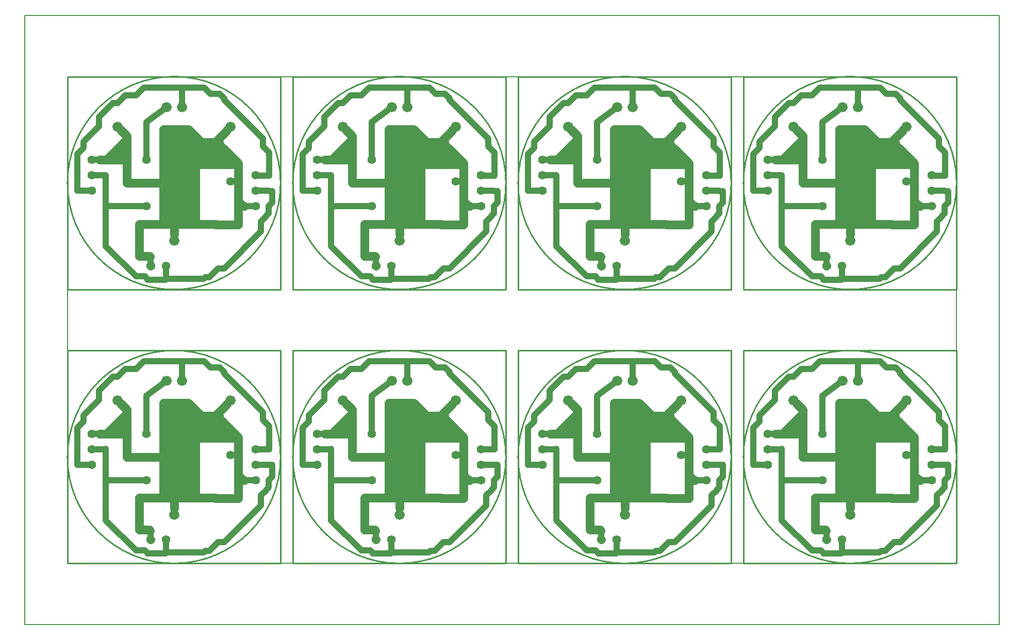
<source format=gbl>
G04 #@! TF.FileFunction,Copper,L2,Bot,Signal*
%FSLAX46Y46*%
G04 Gerber Fmt 4.6, Leading zero omitted, Abs format (unit mm)*
G04 Created by KiCad (PCBNEW 4.0.7) date 03/29/18 17:53:12*
%MOMM*%
%LPD*%
G01*
G04 APERTURE LIST*
%ADD10C,0.100000*%
%ADD11C,0.250000*%
%ADD12C,0.150000*%
%ADD13C,1.397000*%
%ADD14C,1.676400*%
%ADD15C,1.470000*%
%ADD16C,1.000000*%
G04 APERTURE END LIST*
D10*
D11*
X253000000Y-172500000D02*
G75*
G03X253000000Y-172500000I-17500000J0D01*
G01*
X216000000Y-172500000D02*
G75*
G03X216000000Y-172500000I-17500000J0D01*
G01*
X181000000Y-155000000D02*
X216000000Y-155000000D01*
X216000000Y-155000000D02*
X216000000Y-190000000D01*
X216000000Y-190000000D02*
X181000000Y-190000000D01*
X181000000Y-190000000D02*
X181000000Y-155000000D01*
X144000000Y-155000000D02*
X179000000Y-155000000D01*
X179000000Y-155000000D02*
X179000000Y-190000000D01*
X179000000Y-190000000D02*
X144000000Y-190000000D01*
X144000000Y-190000000D02*
X144000000Y-155000000D01*
X107000000Y-155000000D02*
X142000000Y-155000000D01*
X142000000Y-155000000D02*
X142000000Y-190000000D01*
X142000000Y-190000000D02*
X107000000Y-190000000D01*
X107000000Y-190000000D02*
X107000000Y-155000000D01*
X144000000Y-155000000D02*
X179000000Y-155000000D01*
X179000000Y-155000000D02*
X179000000Y-190000000D01*
X179000000Y-190000000D02*
X144000000Y-190000000D01*
X144000000Y-190000000D02*
X144000000Y-155000000D01*
X144000000Y-155000000D02*
X179000000Y-155000000D01*
X179000000Y-155000000D02*
X179000000Y-190000000D01*
X179000000Y-190000000D02*
X144000000Y-190000000D01*
X144000000Y-190000000D02*
X144000000Y-155000000D01*
X144000000Y-155000000D02*
X179000000Y-155000000D01*
X179000000Y-155000000D02*
X179000000Y-190000000D01*
X179000000Y-190000000D02*
X144000000Y-190000000D01*
X144000000Y-190000000D02*
X144000000Y-155000000D01*
X107000000Y-155000000D02*
X142000000Y-155000000D01*
X142000000Y-155000000D02*
X142000000Y-190000000D01*
X142000000Y-190000000D02*
X107000000Y-190000000D01*
X107000000Y-190000000D02*
X107000000Y-155000000D01*
X218000000Y-190000000D02*
X218000000Y-155000000D01*
X253000000Y-190000000D02*
X218000000Y-190000000D01*
X253000000Y-155000000D02*
X253000000Y-190000000D01*
X218000000Y-155000000D02*
X253000000Y-155000000D01*
X218000000Y-190000000D02*
X218000000Y-155000000D01*
X253000000Y-190000000D02*
X218000000Y-190000000D01*
X253000000Y-155000000D02*
X253000000Y-190000000D01*
X218000000Y-155000000D02*
X253000000Y-155000000D01*
X181000000Y-155000000D02*
X216000000Y-155000000D01*
X216000000Y-155000000D02*
X216000000Y-190000000D01*
X216000000Y-190000000D02*
X181000000Y-190000000D01*
X181000000Y-190000000D02*
X181000000Y-155000000D01*
X181000000Y-155000000D02*
X216000000Y-155000000D01*
X216000000Y-155000000D02*
X216000000Y-190000000D01*
X216000000Y-190000000D02*
X181000000Y-190000000D01*
X181000000Y-190000000D02*
X181000000Y-155000000D01*
X144000000Y-190000000D02*
X144000000Y-155000000D01*
X179000000Y-190000000D02*
X144000000Y-190000000D01*
X179000000Y-155000000D02*
X179000000Y-190000000D01*
X144000000Y-155000000D02*
X179000000Y-155000000D01*
X144000000Y-190000000D02*
X144000000Y-155000000D01*
X179000000Y-190000000D02*
X144000000Y-190000000D01*
X179000000Y-155000000D02*
X179000000Y-190000000D01*
X144000000Y-155000000D02*
X179000000Y-155000000D01*
X144000000Y-190000000D02*
X144000000Y-155000000D01*
X179000000Y-190000000D02*
X144000000Y-190000000D01*
X179000000Y-155000000D02*
X179000000Y-190000000D01*
X144000000Y-155000000D02*
X179000000Y-155000000D01*
X144000000Y-110000000D02*
X179000000Y-110000000D01*
X179000000Y-110000000D02*
X179000000Y-145000000D01*
X179000000Y-145000000D02*
X144000000Y-145000000D01*
X144000000Y-145000000D02*
X144000000Y-110000000D01*
X144000000Y-110000000D02*
X179000000Y-110000000D01*
X179000000Y-110000000D02*
X179000000Y-145000000D01*
X179000000Y-145000000D02*
X144000000Y-145000000D01*
X144000000Y-145000000D02*
X144000000Y-110000000D01*
X144000000Y-110000000D02*
X179000000Y-110000000D01*
X179000000Y-110000000D02*
X179000000Y-145000000D01*
X179000000Y-145000000D02*
X144000000Y-145000000D01*
X144000000Y-145000000D02*
X144000000Y-110000000D01*
X181000000Y-145000000D02*
X181000000Y-110000000D01*
X216000000Y-145000000D02*
X181000000Y-145000000D01*
X216000000Y-110000000D02*
X216000000Y-145000000D01*
X181000000Y-110000000D02*
X216000000Y-110000000D01*
X181000000Y-145000000D02*
X181000000Y-110000000D01*
X216000000Y-145000000D02*
X181000000Y-145000000D01*
X216000000Y-110000000D02*
X216000000Y-145000000D01*
X181000000Y-110000000D02*
X216000000Y-110000000D01*
X253000000Y-127500000D02*
G75*
G03X253000000Y-127500000I-17500000J0D01*
G01*
X218000000Y-110000000D02*
X253000000Y-110000000D01*
X253000000Y-110000000D02*
X253000000Y-145000000D01*
X253000000Y-145000000D02*
X218000000Y-145000000D01*
X218000000Y-145000000D02*
X218000000Y-110000000D01*
X218000000Y-110000000D02*
X253000000Y-110000000D01*
X253000000Y-110000000D02*
X253000000Y-145000000D01*
X253000000Y-145000000D02*
X218000000Y-145000000D01*
X218000000Y-145000000D02*
X218000000Y-110000000D01*
D12*
X107000000Y-190000000D02*
X107000000Y-110000000D01*
X253000000Y-190000000D02*
X107000000Y-190000000D01*
X253000000Y-110000000D02*
X253000000Y-190000000D01*
X107000000Y-110000000D02*
X253000000Y-110000000D01*
X100000000Y-200000000D02*
X100000000Y-100000000D01*
X260000000Y-200000000D02*
X100000000Y-200000000D01*
X260000000Y-100000000D02*
X260000000Y-200000000D01*
X100000000Y-100000000D02*
X260000000Y-100000000D01*
D11*
X142000000Y-127500000D02*
G75*
G03X142000000Y-127500000I-17500000J0D01*
G01*
X107000000Y-145000000D02*
X107000000Y-110000000D01*
X142000000Y-145000000D02*
X107000000Y-145000000D01*
X142000000Y-110000000D02*
X142000000Y-145000000D01*
X107000000Y-110000000D02*
X142000000Y-110000000D01*
X142000000Y-172500000D02*
G75*
G03X142000000Y-172500000I-17500000J0D01*
G01*
X107000000Y-190000000D02*
X107000000Y-155000000D01*
X142000000Y-190000000D02*
X107000000Y-190000000D01*
X142000000Y-155000000D02*
X142000000Y-190000000D01*
X107000000Y-155000000D02*
X142000000Y-155000000D01*
X179000000Y-127500000D02*
G75*
G03X179000000Y-127500000I-17500000J0D01*
G01*
X144000000Y-145000000D02*
X144000000Y-110000000D01*
X179000000Y-145000000D02*
X144000000Y-145000000D01*
X179000000Y-110000000D02*
X179000000Y-145000000D01*
X144000000Y-110000000D02*
X179000000Y-110000000D01*
X179000000Y-127500000D02*
G75*
G03X179000000Y-127500000I-17500000J0D01*
G01*
X144000000Y-145000000D02*
X144000000Y-110000000D01*
X179000000Y-145000000D02*
X144000000Y-145000000D01*
X179000000Y-110000000D02*
X179000000Y-145000000D01*
X144000000Y-110000000D02*
X179000000Y-110000000D01*
X179000000Y-127500000D02*
G75*
G03X179000000Y-127500000I-17500000J0D01*
G01*
X144000000Y-145000000D02*
X144000000Y-110000000D01*
X179000000Y-145000000D02*
X144000000Y-145000000D01*
X179000000Y-110000000D02*
X179000000Y-145000000D01*
X144000000Y-110000000D02*
X179000000Y-110000000D01*
X142000000Y-127500000D02*
G75*
G03X142000000Y-127500000I-17500000J0D01*
G01*
X107000000Y-145000000D02*
X107000000Y-110000000D01*
X142000000Y-145000000D02*
X107000000Y-145000000D01*
X142000000Y-110000000D02*
X142000000Y-145000000D01*
X107000000Y-110000000D02*
X142000000Y-110000000D01*
X142000000Y-172500000D02*
G75*
G03X142000000Y-172500000I-17500000J0D01*
G01*
X107000000Y-190000000D02*
X107000000Y-155000000D01*
X142000000Y-190000000D02*
X107000000Y-190000000D01*
X142000000Y-155000000D02*
X142000000Y-190000000D01*
X107000000Y-155000000D02*
X142000000Y-155000000D01*
X179000000Y-127500000D02*
G75*
G03X179000000Y-127500000I-17500000J0D01*
G01*
X144000000Y-145000000D02*
X144000000Y-110000000D01*
X179000000Y-145000000D02*
X144000000Y-145000000D01*
X179000000Y-110000000D02*
X179000000Y-145000000D01*
X144000000Y-110000000D02*
X179000000Y-110000000D01*
X179000000Y-172500000D02*
G75*
G03X179000000Y-172500000I-17500000J0D01*
G01*
X144000000Y-190000000D02*
X144000000Y-155000000D01*
X179000000Y-190000000D02*
X144000000Y-190000000D01*
X179000000Y-155000000D02*
X179000000Y-190000000D01*
X144000000Y-155000000D02*
X179000000Y-155000000D01*
X216000000Y-127500000D02*
G75*
G03X216000000Y-127500000I-17500000J0D01*
G01*
X181000000Y-145000000D02*
X181000000Y-110000000D01*
X216000000Y-145000000D02*
X181000000Y-145000000D01*
X216000000Y-110000000D02*
X216000000Y-145000000D01*
X181000000Y-110000000D02*
X216000000Y-110000000D01*
D13*
X133761400Y-172196400D03*
X120000000Y-176310000D03*
X120000000Y-168690000D03*
D14*
X125770000Y-160000000D03*
X123230000Y-160000000D03*
X133750000Y-163250000D03*
X115250000Y-163250000D03*
X124500000Y-182000000D03*
D13*
X137900000Y-176310000D03*
X137900000Y-173770000D03*
X137900000Y-171230000D03*
X111000000Y-168690000D03*
X111000000Y-171230000D03*
X111000000Y-173770000D03*
X120680400Y-186090200D03*
X123220400Y-186090200D03*
X231680400Y-186090200D03*
X234220400Y-186090200D03*
X222000000Y-168690000D03*
X222000000Y-171230000D03*
X222000000Y-173770000D03*
X248900000Y-176310000D03*
X248900000Y-173770000D03*
X248900000Y-171230000D03*
D14*
X235500000Y-182000000D03*
X226250000Y-163250000D03*
X244750000Y-163250000D03*
X236770000Y-160000000D03*
X234230000Y-160000000D03*
D13*
X231000000Y-176310000D03*
X231000000Y-168690000D03*
X244761400Y-172196400D03*
X207761400Y-172196400D03*
X194000000Y-176310000D03*
X194000000Y-168690000D03*
D14*
X199770000Y-160000000D03*
X197230000Y-160000000D03*
X207750000Y-163250000D03*
X189250000Y-163250000D03*
X198500000Y-182000000D03*
D13*
X211900000Y-176310000D03*
X211900000Y-173770000D03*
X211900000Y-171230000D03*
X185000000Y-168690000D03*
X185000000Y-171230000D03*
X185000000Y-173770000D03*
X194680400Y-186090200D03*
X197220400Y-186090200D03*
X157680400Y-186090200D03*
X160220400Y-186090200D03*
X148000000Y-168690000D03*
X148000000Y-171230000D03*
X148000000Y-173770000D03*
X174900000Y-176310000D03*
X174900000Y-173770000D03*
X174900000Y-171230000D03*
D14*
X161500000Y-182000000D03*
X152250000Y-163250000D03*
X170750000Y-163250000D03*
X162770000Y-160000000D03*
X160230000Y-160000000D03*
D13*
X157000000Y-176310000D03*
X157000000Y-168690000D03*
X170761400Y-172196400D03*
X170761400Y-127196400D03*
X157000000Y-131310000D03*
X157000000Y-123690000D03*
D14*
X162770000Y-115000000D03*
X160230000Y-115000000D03*
X170750000Y-118250000D03*
X152250000Y-118250000D03*
X161500000Y-137000000D03*
D13*
X174900000Y-131310000D03*
X174900000Y-128770000D03*
X174900000Y-126230000D03*
X148000000Y-123690000D03*
X148000000Y-126230000D03*
X148000000Y-128770000D03*
X157680400Y-141090200D03*
X160220400Y-141090200D03*
X194680400Y-141090200D03*
X197220400Y-141090200D03*
X185000000Y-123690000D03*
X185000000Y-126230000D03*
X185000000Y-128770000D03*
X211900000Y-131310000D03*
X211900000Y-128770000D03*
X211900000Y-126230000D03*
D14*
X198500000Y-137000000D03*
X189250000Y-118250000D03*
X207750000Y-118250000D03*
X199770000Y-115000000D03*
X197230000Y-115000000D03*
D13*
X194000000Y-131310000D03*
X194000000Y-123690000D03*
X207761400Y-127196400D03*
X244761400Y-127196400D03*
X231000000Y-131310000D03*
X231000000Y-123690000D03*
D14*
X236770000Y-115000000D03*
X234230000Y-115000000D03*
X244750000Y-118250000D03*
X226250000Y-118250000D03*
X235500000Y-137000000D03*
D13*
X248900000Y-131310000D03*
X248900000Y-128770000D03*
X248900000Y-126230000D03*
X222000000Y-123690000D03*
X222000000Y-126230000D03*
X222000000Y-128770000D03*
X231680400Y-141090200D03*
X234220400Y-141090200D03*
X120680400Y-141090200D03*
X123220400Y-141090200D03*
X111000000Y-123690000D03*
X111000000Y-126230000D03*
X111000000Y-128770000D03*
X137900000Y-131310000D03*
X137900000Y-128770000D03*
X137900000Y-126230000D03*
D14*
X124500000Y-137000000D03*
X115250000Y-118250000D03*
X133750000Y-118250000D03*
X125770000Y-115000000D03*
X123230000Y-115000000D03*
D13*
X120000000Y-131310000D03*
X120000000Y-123690000D03*
X133761400Y-127196400D03*
D15*
X122500000Y-179250000D02*
X124500000Y-179250000D01*
X120680400Y-186090200D02*
X120680400Y-186030200D01*
X131270000Y-165750000D02*
X131270000Y-165730000D01*
X125770000Y-164383360D02*
X125770000Y-163636600D01*
X125770000Y-165520000D02*
X125770000Y-164383360D01*
X126500000Y-165750000D02*
X126000000Y-165750000D01*
X126000000Y-165750000D02*
X125770000Y-165520000D01*
X128991160Y-165750000D02*
X126500000Y-165750000D01*
X130337600Y-165750000D02*
X128991160Y-165750000D01*
X131270000Y-165750000D02*
X130337600Y-165750000D01*
X116750000Y-168690000D02*
X116750000Y-172500000D01*
X116750000Y-172500000D02*
X122750000Y-172500000D01*
X122750000Y-177962200D02*
X122750000Y-179250000D01*
X122750000Y-172500000D02*
X122750000Y-177962200D01*
X122750000Y-179250000D02*
X122500000Y-179000000D01*
X122500000Y-179000000D02*
X122500000Y-179250000D01*
X116750000Y-165382600D02*
X116750000Y-168690000D01*
X116750000Y-165000000D02*
X116750000Y-165382600D01*
X124500000Y-179250000D02*
X127995600Y-179250000D01*
X131867370Y-165750000D02*
X131270000Y-165750000D01*
X132552360Y-166802360D02*
X131500000Y-165750000D01*
X131500000Y-165750000D02*
X131867370Y-165750000D01*
X135020000Y-169270000D02*
X132552360Y-166802360D01*
X135020000Y-169427800D02*
X135020000Y-169270000D01*
D16*
X113314400Y-171205800D02*
X113290200Y-171230000D01*
X113314400Y-176311200D02*
X113314400Y-171205800D01*
X120000000Y-162480000D02*
X123230000Y-160000000D01*
X120000000Y-168690000D02*
X120000000Y-162480000D01*
X126542374Y-188226686D02*
X126578280Y-188190780D01*
X123227324Y-188226686D02*
X126542374Y-188226686D01*
X128747440Y-188226686D02*
X128785886Y-188226686D01*
X126542374Y-188226686D02*
X128747440Y-188226686D01*
X129338914Y-188226686D02*
X129621200Y-187944400D01*
X128747440Y-188226686D02*
X129338914Y-188226686D01*
D15*
X125538080Y-172500000D02*
X125770000Y-172268080D01*
X125770000Y-172268080D02*
X125770000Y-165520000D01*
X124719000Y-172500000D02*
X125538080Y-172500000D01*
X122990600Y-172500000D02*
X124719000Y-172500000D01*
X122750000Y-172500000D02*
X122990600Y-172500000D01*
X128922820Y-165818340D02*
X128991160Y-165750000D01*
X127995600Y-166745560D02*
X128922820Y-165818340D01*
X127995600Y-167743780D02*
X127995600Y-166745560D01*
X127995600Y-168640400D02*
X127995600Y-167743780D01*
X127995600Y-173263200D02*
X127995600Y-168640400D01*
X127995600Y-178952800D02*
X127995600Y-173263200D01*
X127995600Y-179250000D02*
X127995600Y-178952800D01*
X128783000Y-169427800D02*
X127995600Y-168640400D01*
X129672000Y-169427800D02*
X128783000Y-169427800D01*
X135020000Y-169427800D02*
X129672000Y-169427800D01*
X127995600Y-173263200D02*
X127995600Y-173263200D01*
X127232400Y-172500000D02*
X127995600Y-173263200D01*
X126852600Y-172500000D02*
X127232400Y-172500000D01*
X125538080Y-172500000D02*
X126852600Y-172500000D01*
X126852600Y-165750000D02*
X126500000Y-165750000D01*
X126852600Y-172500000D02*
X126852600Y-165750000D01*
X133184820Y-168640400D02*
X133228000Y-168597220D01*
X127995600Y-168640400D02*
X133184820Y-168640400D01*
X132534580Y-167743780D02*
X132552360Y-167761560D01*
X132552360Y-167761560D02*
X132552360Y-166802360D01*
X127995600Y-167743780D02*
X132534580Y-167743780D01*
X131239180Y-166745560D02*
X131867370Y-166117370D01*
X131867370Y-166117370D02*
X131867370Y-165750000D01*
X127995600Y-166745560D02*
X131239180Y-166745560D01*
D16*
X112221000Y-168690000D02*
X112247600Y-168716600D01*
X111000000Y-168690000D02*
X112221000Y-168690000D01*
D15*
X115016200Y-168690000D02*
X116750000Y-168690000D01*
X113187400Y-168690000D02*
X115016200Y-168690000D01*
X112221000Y-168690000D02*
X113187400Y-168690000D01*
X127005000Y-177962200D02*
X127995600Y-178952800D01*
X123918900Y-177962200D02*
X127005000Y-177962200D01*
X122750000Y-177962200D02*
X123918900Y-177962200D01*
X123918900Y-173428300D02*
X122990600Y-172500000D01*
X123918900Y-177962200D02*
X123918900Y-173428300D01*
X123918900Y-177962200D02*
X123918900Y-177962200D01*
X124490400Y-177962200D02*
X123918900Y-177962200D01*
X125538080Y-176914520D02*
X124490400Y-177962200D01*
X125538080Y-172500000D02*
X125538080Y-176914520D01*
X124719000Y-177733600D02*
X124490400Y-177962200D01*
X124719000Y-172500000D02*
X124719000Y-177733600D01*
X126852600Y-177962200D02*
X127005000Y-177962200D01*
X126852600Y-172500000D02*
X126852600Y-177962200D01*
X125770000Y-163636600D02*
X125770000Y-163636600D01*
X123931600Y-163636600D02*
X125770000Y-163636600D01*
X124719000Y-164424000D02*
X123931600Y-163636600D01*
X124719000Y-172500000D02*
X124719000Y-164424000D01*
X126809420Y-163636600D02*
X128922820Y-165750000D01*
X128922820Y-165750000D02*
X128922820Y-165818340D01*
X125770000Y-163636600D02*
X126809420Y-163636600D01*
X125770000Y-164667400D02*
X126852600Y-165750000D01*
X125770000Y-164383360D02*
X125770000Y-164667400D01*
D16*
X136063840Y-176310000D02*
X136034700Y-176339140D01*
X137900000Y-176310000D02*
X136063840Y-176310000D01*
D15*
X131270000Y-179230000D02*
X131270000Y-179310000D01*
X131250000Y-179250000D02*
X131270000Y-179230000D01*
X135000000Y-179310000D02*
X131270000Y-179310000D01*
X135020000Y-179310000D02*
X135000000Y-179290000D01*
X135000000Y-179290000D02*
X135000000Y-179310000D01*
X135020000Y-177681500D02*
X135020000Y-179310000D01*
X127995600Y-179250000D02*
X131250000Y-179250000D01*
X135020000Y-176310000D02*
X135020000Y-177681500D01*
X135822680Y-176310000D02*
X135020000Y-176310000D01*
X136063840Y-176310000D02*
X135822680Y-176310000D01*
D16*
X135020000Y-171356960D02*
X135018700Y-171355660D01*
X135020000Y-174293140D02*
X135018700Y-174294440D01*
D15*
X135020000Y-175507320D02*
X135822680Y-176310000D01*
X135020000Y-174293140D02*
X135020000Y-175507320D01*
X135020000Y-171356960D02*
X135020000Y-169427800D01*
X135020000Y-175507320D02*
X135020000Y-177681500D01*
X113442600Y-168690000D02*
X116750000Y-165382600D01*
X113187400Y-168690000D02*
X113442600Y-168690000D01*
X115016200Y-168183200D02*
X116006800Y-167192600D01*
X115016200Y-168690000D02*
X115016200Y-168183200D01*
X115250000Y-163250000D02*
X115250000Y-163286200D01*
X115636600Y-163636600D02*
X116750000Y-164750000D01*
D16*
X115250000Y-163260800D02*
X115250000Y-163250000D01*
X115250000Y-163260800D02*
X115625800Y-163636600D01*
D15*
X116750000Y-165382600D02*
X116750000Y-164750000D01*
X115625800Y-163636600D02*
X115636600Y-163636600D01*
D16*
X124500000Y-180816600D02*
X124465000Y-180781600D01*
X124500000Y-180908600D02*
X124500000Y-180816600D01*
X124500000Y-182000000D02*
X124500000Y-180908600D01*
D15*
X124500000Y-180908600D02*
X124500000Y-179250000D01*
X120461800Y-184500000D02*
X120578800Y-184617000D01*
X122500000Y-179250000D02*
X118750000Y-179250000D01*
X118750000Y-184500000D02*
X118750000Y-179250000D01*
X118750000Y-184500000D02*
X119090200Y-184500000D01*
X119090200Y-184500000D02*
X120461800Y-184500000D01*
D16*
X120680400Y-184718600D02*
X120461800Y-184500000D01*
X120680400Y-186090200D02*
X120680400Y-184718600D01*
D15*
X133177200Y-163842800D02*
X131270000Y-165750000D01*
D16*
X133750000Y-163250000D02*
X133716200Y-163250000D01*
X133716200Y-163250000D02*
X133177200Y-163789000D01*
D15*
X133177200Y-163789000D02*
X133177200Y-163842800D01*
X135020000Y-172210400D02*
X135020000Y-171356960D01*
X135020000Y-174293140D02*
X135020000Y-172210400D01*
D16*
X134983200Y-172247200D02*
X135020000Y-172210400D01*
X133761400Y-172196400D02*
X134983200Y-172247200D01*
X113314400Y-171230000D02*
X113314400Y-171205800D01*
X111000000Y-171230000D02*
X113314400Y-171230000D01*
X140034000Y-173770000D02*
X140086000Y-173822000D01*
X140600000Y-175700000D02*
X140600000Y-173828000D01*
X138790600Y-179841800D02*
X138790600Y-178790600D01*
X138790600Y-178790600D02*
X139581200Y-178000000D01*
X139581200Y-178000000D02*
X139581200Y-177918800D01*
X139581200Y-177918800D02*
X140000000Y-177500000D01*
X140000000Y-177500000D02*
X140000000Y-176300000D01*
X140000000Y-176300000D02*
X140600000Y-175700000D01*
X140594000Y-173822000D02*
X140086000Y-173822000D01*
X140600000Y-173828000D02*
X140594000Y-173822000D01*
X140034000Y-173770000D02*
X137900000Y-173770000D01*
X138790600Y-180451400D02*
X138790600Y-179841800D01*
X132720000Y-186522000D02*
X138790600Y-180451400D01*
X131704000Y-186522000D02*
X132720000Y-186522000D01*
X130281600Y-187944400D02*
X131704000Y-186522000D01*
X129621200Y-187944400D02*
X130281600Y-187944400D01*
X113314400Y-176310000D02*
X113315600Y-176311200D01*
X113315600Y-176311200D02*
X113314400Y-176311200D01*
X120000000Y-176310000D02*
X113314400Y-176310000D01*
X123220400Y-188233610D02*
X123227324Y-188226686D01*
X123220400Y-186090200D02*
X123220400Y-188233610D01*
X120147000Y-188300000D02*
X119689800Y-187842800D01*
X119689800Y-187842800D02*
X118877000Y-187842800D01*
X120147000Y-188376200D02*
X123077810Y-188376200D01*
X123077810Y-188376200D02*
X123227324Y-188226686D01*
X113314400Y-176311200D02*
X113314400Y-182915200D01*
X118242000Y-187842800D02*
X113314400Y-182915200D01*
X118877000Y-187842800D02*
X118242000Y-187842800D01*
X120147000Y-188376200D02*
X120147000Y-188300000D01*
D15*
X123931600Y-171559000D02*
X122990600Y-172500000D01*
X123931600Y-163636600D02*
X123931600Y-171559000D01*
X122750000Y-163674200D02*
X122787600Y-163636600D01*
X122787600Y-163636600D02*
X123931600Y-163636600D01*
X122750000Y-172500000D02*
X122750000Y-163674200D01*
D16*
X125770000Y-160000000D02*
X125770000Y-156804000D01*
X125862000Y-156804000D02*
X125770000Y-156804000D01*
X137952000Y-171282000D02*
X137900000Y-171230000D01*
X140086000Y-167472000D02*
X140086000Y-171282000D01*
X139324000Y-166710000D02*
X140086000Y-167472000D01*
X139070000Y-166456000D02*
X139324000Y-166710000D01*
X139070000Y-165186000D02*
X139070000Y-166456000D01*
X132720000Y-158836000D02*
X139070000Y-165186000D01*
X132720000Y-158582000D02*
X132720000Y-158836000D01*
X131958000Y-157820000D02*
X132720000Y-158582000D01*
X130434000Y-157820000D02*
X131958000Y-157820000D01*
X129418000Y-156804000D02*
X130434000Y-157820000D01*
X128910000Y-156804000D02*
X129418000Y-156804000D01*
X140086000Y-171282000D02*
X137952000Y-171282000D01*
X128910000Y-156804000D02*
X125862000Y-156804000D01*
X119512000Y-156804000D02*
X125862000Y-156804000D01*
X108590000Y-167726000D02*
X108590000Y-169758000D01*
X109606000Y-166710000D02*
X108590000Y-167726000D01*
X109606000Y-165694000D02*
X109606000Y-166710000D01*
X112146000Y-163154000D02*
X109606000Y-165694000D01*
X112146000Y-161630000D02*
X112146000Y-163154000D01*
X114432000Y-159344000D02*
X112146000Y-161630000D01*
X115194000Y-159344000D02*
X114432000Y-159344000D01*
X116464000Y-158074000D02*
X115194000Y-159344000D01*
X118242000Y-158074000D02*
X116464000Y-158074000D01*
X119512000Y-156804000D02*
X118242000Y-158074000D01*
X111000000Y-173770000D02*
X108590000Y-173770000D01*
X108590000Y-169758000D02*
X108590000Y-173770000D01*
X219590000Y-169758000D02*
X219590000Y-173770000D01*
X222000000Y-173770000D02*
X219590000Y-173770000D01*
X230512000Y-156804000D02*
X229242000Y-158074000D01*
X229242000Y-158074000D02*
X227464000Y-158074000D01*
X227464000Y-158074000D02*
X226194000Y-159344000D01*
X226194000Y-159344000D02*
X225432000Y-159344000D01*
X225432000Y-159344000D02*
X223146000Y-161630000D01*
X223146000Y-161630000D02*
X223146000Y-163154000D01*
X223146000Y-163154000D02*
X220606000Y-165694000D01*
X220606000Y-165694000D02*
X220606000Y-166710000D01*
X220606000Y-166710000D02*
X219590000Y-167726000D01*
X219590000Y-167726000D02*
X219590000Y-169758000D01*
X230512000Y-156804000D02*
X236862000Y-156804000D01*
X239910000Y-156804000D02*
X236862000Y-156804000D01*
X251086000Y-171282000D02*
X248952000Y-171282000D01*
X239910000Y-156804000D02*
X240418000Y-156804000D01*
X240418000Y-156804000D02*
X241434000Y-157820000D01*
X241434000Y-157820000D02*
X242958000Y-157820000D01*
X242958000Y-157820000D02*
X243720000Y-158582000D01*
X243720000Y-158582000D02*
X243720000Y-158836000D01*
X243720000Y-158836000D02*
X250070000Y-165186000D01*
X250070000Y-165186000D02*
X250070000Y-166456000D01*
X250070000Y-166456000D02*
X250324000Y-166710000D01*
X250324000Y-166710000D02*
X251086000Y-167472000D01*
X251086000Y-167472000D02*
X251086000Y-171282000D01*
X248952000Y-171282000D02*
X248900000Y-171230000D01*
X236862000Y-156804000D02*
X236770000Y-156804000D01*
X236770000Y-160000000D02*
X236770000Y-156804000D01*
D15*
X233750000Y-172500000D02*
X233750000Y-163674200D01*
X233787600Y-163636600D02*
X234931600Y-163636600D01*
X233750000Y-163674200D02*
X233787600Y-163636600D01*
X234931600Y-163636600D02*
X234931600Y-171559000D01*
X234931600Y-171559000D02*
X233990600Y-172500000D01*
D16*
X231147000Y-188376200D02*
X231147000Y-188300000D01*
X229877000Y-187842800D02*
X229242000Y-187842800D01*
X229242000Y-187842800D02*
X224314400Y-182915200D01*
X224314400Y-176311200D02*
X224314400Y-182915200D01*
X234077810Y-188376200D02*
X234227324Y-188226686D01*
X231147000Y-188376200D02*
X234077810Y-188376200D01*
X230689800Y-187842800D02*
X229877000Y-187842800D01*
X231147000Y-188300000D02*
X230689800Y-187842800D01*
X234220400Y-186090200D02*
X234220400Y-188233610D01*
X234220400Y-188233610D02*
X234227324Y-188226686D01*
X231000000Y-176310000D02*
X224314400Y-176310000D01*
X224315600Y-176311200D02*
X224314400Y-176311200D01*
X224314400Y-176310000D02*
X224315600Y-176311200D01*
X240621200Y-187944400D02*
X241281600Y-187944400D01*
X241281600Y-187944400D02*
X242704000Y-186522000D01*
X242704000Y-186522000D02*
X243720000Y-186522000D01*
X243720000Y-186522000D02*
X249790600Y-180451400D01*
X249790600Y-180451400D02*
X249790600Y-179841800D01*
X251034000Y-173770000D02*
X248900000Y-173770000D01*
X251600000Y-173828000D02*
X251594000Y-173822000D01*
X251594000Y-173822000D02*
X251086000Y-173822000D01*
X251000000Y-176300000D02*
X251600000Y-175700000D01*
X251000000Y-177500000D02*
X251000000Y-176300000D01*
X250581200Y-177918800D02*
X251000000Y-177500000D01*
X250581200Y-178000000D02*
X250581200Y-177918800D01*
X249790600Y-178790600D02*
X250581200Y-178000000D01*
X249790600Y-179841800D02*
X249790600Y-178790600D01*
X251600000Y-175700000D02*
X251600000Y-173828000D01*
X251034000Y-173770000D02*
X251086000Y-173822000D01*
X222000000Y-171230000D02*
X224314400Y-171230000D01*
X224314400Y-171230000D02*
X224314400Y-171205800D01*
X244761400Y-172196400D02*
X245983200Y-172247200D01*
X245983200Y-172247200D02*
X246020000Y-172210400D01*
D15*
X246020000Y-174293140D02*
X246020000Y-172210400D01*
X246020000Y-172210400D02*
X246020000Y-171356960D01*
X244177200Y-163789000D02*
X244177200Y-163842800D01*
D16*
X244716200Y-163250000D02*
X244177200Y-163789000D01*
X244750000Y-163250000D02*
X244716200Y-163250000D01*
D15*
X244177200Y-163842800D02*
X242270000Y-165750000D01*
D16*
X231680400Y-186090200D02*
X231680400Y-184718600D01*
X231680400Y-184718600D02*
X231461800Y-184500000D01*
D15*
X230090200Y-184500000D02*
X231461800Y-184500000D01*
X229750000Y-184500000D02*
X230090200Y-184500000D01*
X229750000Y-184500000D02*
X229750000Y-179250000D01*
X233500000Y-179250000D02*
X229750000Y-179250000D01*
X231461800Y-184500000D02*
X231578800Y-184617000D01*
X235500000Y-180908600D02*
X235500000Y-179250000D01*
D16*
X235500000Y-182000000D02*
X235500000Y-180908600D01*
X235500000Y-180908600D02*
X235500000Y-180816600D01*
X235500000Y-180816600D02*
X235465000Y-180781600D01*
D15*
X226625800Y-163636600D02*
X226636600Y-163636600D01*
X227750000Y-165382600D02*
X227750000Y-164750000D01*
D16*
X226250000Y-163260800D02*
X226625800Y-163636600D01*
X226250000Y-163260800D02*
X226250000Y-163250000D01*
D15*
X226636600Y-163636600D02*
X227750000Y-164750000D01*
X226250000Y-163250000D02*
X226250000Y-163286200D01*
X226016200Y-168690000D02*
X226016200Y-168183200D01*
X226016200Y-168183200D02*
X227006800Y-167192600D01*
X224187400Y-168690000D02*
X224442600Y-168690000D01*
X224442600Y-168690000D02*
X227750000Y-165382600D01*
X246020000Y-175507320D02*
X246020000Y-177681500D01*
X246020000Y-171356960D02*
X246020000Y-169427800D01*
X246020000Y-174293140D02*
X246020000Y-175507320D01*
X246020000Y-175507320D02*
X246822680Y-176310000D01*
D16*
X246020000Y-174293140D02*
X246018700Y-174294440D01*
X246020000Y-171356960D02*
X246018700Y-171355660D01*
D15*
X247063840Y-176310000D02*
X246822680Y-176310000D01*
X246822680Y-176310000D02*
X246020000Y-176310000D01*
X246020000Y-176310000D02*
X246020000Y-177681500D01*
X238995600Y-179250000D02*
X242250000Y-179250000D01*
X246020000Y-177681500D02*
X246020000Y-179310000D01*
X246000000Y-179290000D02*
X246000000Y-179310000D01*
X246020000Y-179310000D02*
X246000000Y-179290000D01*
X246000000Y-179310000D02*
X242270000Y-179310000D01*
X242250000Y-179250000D02*
X242270000Y-179230000D01*
X242270000Y-179230000D02*
X242270000Y-179310000D01*
D16*
X248900000Y-176310000D02*
X247063840Y-176310000D01*
X247063840Y-176310000D02*
X247034700Y-176339140D01*
D15*
X236770000Y-164383360D02*
X236770000Y-164667400D01*
X236770000Y-164667400D02*
X237852600Y-165750000D01*
X236770000Y-163636600D02*
X237809420Y-163636600D01*
X239922820Y-165750000D02*
X239922820Y-165818340D01*
X237809420Y-163636600D02*
X239922820Y-165750000D01*
X235719000Y-172500000D02*
X235719000Y-164424000D01*
X235719000Y-164424000D02*
X234931600Y-163636600D01*
X234931600Y-163636600D02*
X236770000Y-163636600D01*
X236770000Y-163636600D02*
X236770000Y-163636600D01*
X237852600Y-172500000D02*
X237852600Y-177962200D01*
X237852600Y-177962200D02*
X238005000Y-177962200D01*
X235719000Y-172500000D02*
X235719000Y-177733600D01*
X235719000Y-177733600D02*
X235490400Y-177962200D01*
X236538080Y-172500000D02*
X236538080Y-176914520D01*
X236538080Y-176914520D02*
X235490400Y-177962200D01*
X235490400Y-177962200D02*
X234918900Y-177962200D01*
X234918900Y-177962200D02*
X234918900Y-177962200D01*
X234918900Y-177962200D02*
X234918900Y-173428300D01*
X234918900Y-173428300D02*
X233990600Y-172500000D01*
X233750000Y-177962200D02*
X234918900Y-177962200D01*
X234918900Y-177962200D02*
X238005000Y-177962200D01*
X238005000Y-177962200D02*
X238995600Y-178952800D01*
X223221000Y-168690000D02*
X224187400Y-168690000D01*
X224187400Y-168690000D02*
X226016200Y-168690000D01*
X226016200Y-168690000D02*
X227750000Y-168690000D01*
D16*
X222000000Y-168690000D02*
X223221000Y-168690000D01*
X223221000Y-168690000D02*
X223247600Y-168716600D01*
D15*
X238995600Y-166745560D02*
X242239180Y-166745560D01*
X242867370Y-166117370D02*
X242867370Y-165750000D01*
X242239180Y-166745560D02*
X242867370Y-166117370D01*
X238995600Y-167743780D02*
X243534580Y-167743780D01*
X243552360Y-167761560D02*
X243552360Y-166802360D01*
X243534580Y-167743780D02*
X243552360Y-167761560D01*
X238995600Y-168640400D02*
X244184820Y-168640400D01*
X244184820Y-168640400D02*
X244228000Y-168597220D01*
X237852600Y-172500000D02*
X237852600Y-165750000D01*
X237852600Y-165750000D02*
X237500000Y-165750000D01*
X236538080Y-172500000D02*
X237852600Y-172500000D01*
X237852600Y-172500000D02*
X238232400Y-172500000D01*
X238232400Y-172500000D02*
X238995600Y-173263200D01*
X238995600Y-173263200D02*
X238995600Y-173263200D01*
X246020000Y-169427800D02*
X240672000Y-169427800D01*
X240672000Y-169427800D02*
X239783000Y-169427800D01*
X239783000Y-169427800D02*
X238995600Y-168640400D01*
X238995600Y-179250000D02*
X238995600Y-178952800D01*
X238995600Y-178952800D02*
X238995600Y-173263200D01*
X238995600Y-173263200D02*
X238995600Y-168640400D01*
X238995600Y-168640400D02*
X238995600Y-167743780D01*
X238995600Y-167743780D02*
X238995600Y-166745560D01*
X238995600Y-166745560D02*
X239922820Y-165818340D01*
X239922820Y-165818340D02*
X239991160Y-165750000D01*
X233750000Y-172500000D02*
X233990600Y-172500000D01*
X233990600Y-172500000D02*
X235719000Y-172500000D01*
X235719000Y-172500000D02*
X236538080Y-172500000D01*
X236770000Y-172268080D02*
X236770000Y-165520000D01*
X236538080Y-172500000D02*
X236770000Y-172268080D01*
D16*
X239747440Y-188226686D02*
X240338914Y-188226686D01*
X240338914Y-188226686D02*
X240621200Y-187944400D01*
X237542374Y-188226686D02*
X239747440Y-188226686D01*
X239747440Y-188226686D02*
X239785886Y-188226686D01*
X234227324Y-188226686D02*
X237542374Y-188226686D01*
X237542374Y-188226686D02*
X237578280Y-188190780D01*
X231000000Y-168690000D02*
X231000000Y-162480000D01*
X231000000Y-162480000D02*
X234230000Y-160000000D01*
X224314400Y-176311200D02*
X224314400Y-171205800D01*
X224314400Y-171205800D02*
X224290200Y-171230000D01*
D15*
X246020000Y-169427800D02*
X246020000Y-169270000D01*
X246020000Y-169270000D02*
X243552360Y-166802360D01*
X242500000Y-165750000D02*
X242867370Y-165750000D01*
X243552360Y-166802360D02*
X242500000Y-165750000D01*
X242867370Y-165750000D02*
X242270000Y-165750000D01*
X235500000Y-179250000D02*
X238995600Y-179250000D01*
X227750000Y-165000000D02*
X227750000Y-165382600D01*
X227750000Y-165382600D02*
X227750000Y-168690000D01*
X233500000Y-179000000D02*
X233500000Y-179250000D01*
X233750000Y-179250000D02*
X233500000Y-179000000D01*
X233750000Y-172500000D02*
X233750000Y-177962200D01*
X233750000Y-177962200D02*
X233750000Y-179250000D01*
X227750000Y-172500000D02*
X233750000Y-172500000D01*
X227750000Y-168690000D02*
X227750000Y-172500000D01*
X242270000Y-165750000D02*
X241337600Y-165750000D01*
X241337600Y-165750000D02*
X239991160Y-165750000D01*
X239991160Y-165750000D02*
X237500000Y-165750000D01*
X237000000Y-165750000D02*
X236770000Y-165520000D01*
X237500000Y-165750000D02*
X237000000Y-165750000D01*
X236770000Y-165520000D02*
X236770000Y-164383360D01*
X236770000Y-164383360D02*
X236770000Y-163636600D01*
X242270000Y-165750000D02*
X242270000Y-165730000D01*
X231680400Y-186090200D02*
X231680400Y-186030200D01*
X233500000Y-179250000D02*
X235500000Y-179250000D01*
X196500000Y-179250000D02*
X198500000Y-179250000D01*
X194680400Y-186090200D02*
X194680400Y-186030200D01*
X205270000Y-165750000D02*
X205270000Y-165730000D01*
X199770000Y-164383360D02*
X199770000Y-163636600D01*
X199770000Y-165520000D02*
X199770000Y-164383360D01*
X200500000Y-165750000D02*
X200000000Y-165750000D01*
X200000000Y-165750000D02*
X199770000Y-165520000D01*
X202991160Y-165750000D02*
X200500000Y-165750000D01*
X204337600Y-165750000D02*
X202991160Y-165750000D01*
X205270000Y-165750000D02*
X204337600Y-165750000D01*
X190750000Y-168690000D02*
X190750000Y-172500000D01*
X190750000Y-172500000D02*
X196750000Y-172500000D01*
X196750000Y-177962200D02*
X196750000Y-179250000D01*
X196750000Y-172500000D02*
X196750000Y-177962200D01*
X196750000Y-179250000D02*
X196500000Y-179000000D01*
X196500000Y-179000000D02*
X196500000Y-179250000D01*
X190750000Y-165382600D02*
X190750000Y-168690000D01*
X190750000Y-165000000D02*
X190750000Y-165382600D01*
X198500000Y-179250000D02*
X201995600Y-179250000D01*
X205867370Y-165750000D02*
X205270000Y-165750000D01*
X206552360Y-166802360D02*
X205500000Y-165750000D01*
X205500000Y-165750000D02*
X205867370Y-165750000D01*
X209020000Y-169270000D02*
X206552360Y-166802360D01*
X209020000Y-169427800D02*
X209020000Y-169270000D01*
D16*
X187314400Y-171205800D02*
X187290200Y-171230000D01*
X187314400Y-176311200D02*
X187314400Y-171205800D01*
X194000000Y-162480000D02*
X197230000Y-160000000D01*
X194000000Y-168690000D02*
X194000000Y-162480000D01*
X200542374Y-188226686D02*
X200578280Y-188190780D01*
X197227324Y-188226686D02*
X200542374Y-188226686D01*
X202747440Y-188226686D02*
X202785886Y-188226686D01*
X200542374Y-188226686D02*
X202747440Y-188226686D01*
X203338914Y-188226686D02*
X203621200Y-187944400D01*
X202747440Y-188226686D02*
X203338914Y-188226686D01*
D15*
X199538080Y-172500000D02*
X199770000Y-172268080D01*
X199770000Y-172268080D02*
X199770000Y-165520000D01*
X198719000Y-172500000D02*
X199538080Y-172500000D01*
X196990600Y-172500000D02*
X198719000Y-172500000D01*
X196750000Y-172500000D02*
X196990600Y-172500000D01*
X202922820Y-165818340D02*
X202991160Y-165750000D01*
X201995600Y-166745560D02*
X202922820Y-165818340D01*
X201995600Y-167743780D02*
X201995600Y-166745560D01*
X201995600Y-168640400D02*
X201995600Y-167743780D01*
X201995600Y-173263200D02*
X201995600Y-168640400D01*
X201995600Y-178952800D02*
X201995600Y-173263200D01*
X201995600Y-179250000D02*
X201995600Y-178952800D01*
X202783000Y-169427800D02*
X201995600Y-168640400D01*
X203672000Y-169427800D02*
X202783000Y-169427800D01*
X209020000Y-169427800D02*
X203672000Y-169427800D01*
X201995600Y-173263200D02*
X201995600Y-173263200D01*
X201232400Y-172500000D02*
X201995600Y-173263200D01*
X200852600Y-172500000D02*
X201232400Y-172500000D01*
X199538080Y-172500000D02*
X200852600Y-172500000D01*
X200852600Y-165750000D02*
X200500000Y-165750000D01*
X200852600Y-172500000D02*
X200852600Y-165750000D01*
X207184820Y-168640400D02*
X207228000Y-168597220D01*
X201995600Y-168640400D02*
X207184820Y-168640400D01*
X206534580Y-167743780D02*
X206552360Y-167761560D01*
X206552360Y-167761560D02*
X206552360Y-166802360D01*
X201995600Y-167743780D02*
X206534580Y-167743780D01*
X205239180Y-166745560D02*
X205867370Y-166117370D01*
X205867370Y-166117370D02*
X205867370Y-165750000D01*
X201995600Y-166745560D02*
X205239180Y-166745560D01*
D16*
X186221000Y-168690000D02*
X186247600Y-168716600D01*
X185000000Y-168690000D02*
X186221000Y-168690000D01*
D15*
X189016200Y-168690000D02*
X190750000Y-168690000D01*
X187187400Y-168690000D02*
X189016200Y-168690000D01*
X186221000Y-168690000D02*
X187187400Y-168690000D01*
X201005000Y-177962200D02*
X201995600Y-178952800D01*
X197918900Y-177962200D02*
X201005000Y-177962200D01*
X196750000Y-177962200D02*
X197918900Y-177962200D01*
X197918900Y-173428300D02*
X196990600Y-172500000D01*
X197918900Y-177962200D02*
X197918900Y-173428300D01*
X197918900Y-177962200D02*
X197918900Y-177962200D01*
X198490400Y-177962200D02*
X197918900Y-177962200D01*
X199538080Y-176914520D02*
X198490400Y-177962200D01*
X199538080Y-172500000D02*
X199538080Y-176914520D01*
X198719000Y-177733600D02*
X198490400Y-177962200D01*
X198719000Y-172500000D02*
X198719000Y-177733600D01*
X200852600Y-177962200D02*
X201005000Y-177962200D01*
X200852600Y-172500000D02*
X200852600Y-177962200D01*
X199770000Y-163636600D02*
X199770000Y-163636600D01*
X197931600Y-163636600D02*
X199770000Y-163636600D01*
X198719000Y-164424000D02*
X197931600Y-163636600D01*
X198719000Y-172500000D02*
X198719000Y-164424000D01*
X200809420Y-163636600D02*
X202922820Y-165750000D01*
X202922820Y-165750000D02*
X202922820Y-165818340D01*
X199770000Y-163636600D02*
X200809420Y-163636600D01*
X199770000Y-164667400D02*
X200852600Y-165750000D01*
X199770000Y-164383360D02*
X199770000Y-164667400D01*
D16*
X210063840Y-176310000D02*
X210034700Y-176339140D01*
X211900000Y-176310000D02*
X210063840Y-176310000D01*
D15*
X205270000Y-179230000D02*
X205270000Y-179310000D01*
X205250000Y-179250000D02*
X205270000Y-179230000D01*
X209000000Y-179310000D02*
X205270000Y-179310000D01*
X209020000Y-179310000D02*
X209000000Y-179290000D01*
X209000000Y-179290000D02*
X209000000Y-179310000D01*
X209020000Y-177681500D02*
X209020000Y-179310000D01*
X201995600Y-179250000D02*
X205250000Y-179250000D01*
X209020000Y-176310000D02*
X209020000Y-177681500D01*
X209822680Y-176310000D02*
X209020000Y-176310000D01*
X210063840Y-176310000D02*
X209822680Y-176310000D01*
D16*
X209020000Y-171356960D02*
X209018700Y-171355660D01*
X209020000Y-174293140D02*
X209018700Y-174294440D01*
D15*
X209020000Y-175507320D02*
X209822680Y-176310000D01*
X209020000Y-174293140D02*
X209020000Y-175507320D01*
X209020000Y-171356960D02*
X209020000Y-169427800D01*
X209020000Y-175507320D02*
X209020000Y-177681500D01*
X187442600Y-168690000D02*
X190750000Y-165382600D01*
X187187400Y-168690000D02*
X187442600Y-168690000D01*
X189016200Y-168183200D02*
X190006800Y-167192600D01*
X189016200Y-168690000D02*
X189016200Y-168183200D01*
X189250000Y-163250000D02*
X189250000Y-163286200D01*
X189636600Y-163636600D02*
X190750000Y-164750000D01*
D16*
X189250000Y-163260800D02*
X189250000Y-163250000D01*
X189250000Y-163260800D02*
X189625800Y-163636600D01*
D15*
X190750000Y-165382600D02*
X190750000Y-164750000D01*
X189625800Y-163636600D02*
X189636600Y-163636600D01*
D16*
X198500000Y-180816600D02*
X198465000Y-180781600D01*
X198500000Y-180908600D02*
X198500000Y-180816600D01*
X198500000Y-182000000D02*
X198500000Y-180908600D01*
D15*
X198500000Y-180908600D02*
X198500000Y-179250000D01*
X194461800Y-184500000D02*
X194578800Y-184617000D01*
X196500000Y-179250000D02*
X192750000Y-179250000D01*
X192750000Y-184500000D02*
X192750000Y-179250000D01*
X192750000Y-184500000D02*
X193090200Y-184500000D01*
X193090200Y-184500000D02*
X194461800Y-184500000D01*
D16*
X194680400Y-184718600D02*
X194461800Y-184500000D01*
X194680400Y-186090200D02*
X194680400Y-184718600D01*
D15*
X207177200Y-163842800D02*
X205270000Y-165750000D01*
D16*
X207750000Y-163250000D02*
X207716200Y-163250000D01*
X207716200Y-163250000D02*
X207177200Y-163789000D01*
D15*
X207177200Y-163789000D02*
X207177200Y-163842800D01*
X209020000Y-172210400D02*
X209020000Y-171356960D01*
X209020000Y-174293140D02*
X209020000Y-172210400D01*
D16*
X208983200Y-172247200D02*
X209020000Y-172210400D01*
X207761400Y-172196400D02*
X208983200Y-172247200D01*
X187314400Y-171230000D02*
X187314400Y-171205800D01*
X185000000Y-171230000D02*
X187314400Y-171230000D01*
X214034000Y-173770000D02*
X214086000Y-173822000D01*
X214600000Y-175700000D02*
X214600000Y-173828000D01*
X212790600Y-179841800D02*
X212790600Y-178790600D01*
X212790600Y-178790600D02*
X213581200Y-178000000D01*
X213581200Y-178000000D02*
X213581200Y-177918800D01*
X213581200Y-177918800D02*
X214000000Y-177500000D01*
X214000000Y-177500000D02*
X214000000Y-176300000D01*
X214000000Y-176300000D02*
X214600000Y-175700000D01*
X214594000Y-173822000D02*
X214086000Y-173822000D01*
X214600000Y-173828000D02*
X214594000Y-173822000D01*
X214034000Y-173770000D02*
X211900000Y-173770000D01*
X212790600Y-180451400D02*
X212790600Y-179841800D01*
X206720000Y-186522000D02*
X212790600Y-180451400D01*
X205704000Y-186522000D02*
X206720000Y-186522000D01*
X204281600Y-187944400D02*
X205704000Y-186522000D01*
X203621200Y-187944400D02*
X204281600Y-187944400D01*
X187314400Y-176310000D02*
X187315600Y-176311200D01*
X187315600Y-176311200D02*
X187314400Y-176311200D01*
X194000000Y-176310000D02*
X187314400Y-176310000D01*
X197220400Y-188233610D02*
X197227324Y-188226686D01*
X197220400Y-186090200D02*
X197220400Y-188233610D01*
X194147000Y-188300000D02*
X193689800Y-187842800D01*
X193689800Y-187842800D02*
X192877000Y-187842800D01*
X194147000Y-188376200D02*
X197077810Y-188376200D01*
X197077810Y-188376200D02*
X197227324Y-188226686D01*
X187314400Y-176311200D02*
X187314400Y-182915200D01*
X192242000Y-187842800D02*
X187314400Y-182915200D01*
X192877000Y-187842800D02*
X192242000Y-187842800D01*
X194147000Y-188376200D02*
X194147000Y-188300000D01*
D15*
X197931600Y-171559000D02*
X196990600Y-172500000D01*
X197931600Y-163636600D02*
X197931600Y-171559000D01*
X196750000Y-163674200D02*
X196787600Y-163636600D01*
X196787600Y-163636600D02*
X197931600Y-163636600D01*
X196750000Y-172500000D02*
X196750000Y-163674200D01*
D16*
X199770000Y-160000000D02*
X199770000Y-156804000D01*
X199862000Y-156804000D02*
X199770000Y-156804000D01*
X211952000Y-171282000D02*
X211900000Y-171230000D01*
X214086000Y-167472000D02*
X214086000Y-171282000D01*
X213324000Y-166710000D02*
X214086000Y-167472000D01*
X213070000Y-166456000D02*
X213324000Y-166710000D01*
X213070000Y-165186000D02*
X213070000Y-166456000D01*
X206720000Y-158836000D02*
X213070000Y-165186000D01*
X206720000Y-158582000D02*
X206720000Y-158836000D01*
X205958000Y-157820000D02*
X206720000Y-158582000D01*
X204434000Y-157820000D02*
X205958000Y-157820000D01*
X203418000Y-156804000D02*
X204434000Y-157820000D01*
X202910000Y-156804000D02*
X203418000Y-156804000D01*
X214086000Y-171282000D02*
X211952000Y-171282000D01*
X202910000Y-156804000D02*
X199862000Y-156804000D01*
X193512000Y-156804000D02*
X199862000Y-156804000D01*
X182590000Y-167726000D02*
X182590000Y-169758000D01*
X183606000Y-166710000D02*
X182590000Y-167726000D01*
X183606000Y-165694000D02*
X183606000Y-166710000D01*
X186146000Y-163154000D02*
X183606000Y-165694000D01*
X186146000Y-161630000D02*
X186146000Y-163154000D01*
X188432000Y-159344000D02*
X186146000Y-161630000D01*
X189194000Y-159344000D02*
X188432000Y-159344000D01*
X190464000Y-158074000D02*
X189194000Y-159344000D01*
X192242000Y-158074000D02*
X190464000Y-158074000D01*
X193512000Y-156804000D02*
X192242000Y-158074000D01*
X185000000Y-173770000D02*
X182590000Y-173770000D01*
X182590000Y-169758000D02*
X182590000Y-173770000D01*
X145590000Y-169758000D02*
X145590000Y-173770000D01*
X148000000Y-173770000D02*
X145590000Y-173770000D01*
X156512000Y-156804000D02*
X155242000Y-158074000D01*
X155242000Y-158074000D02*
X153464000Y-158074000D01*
X153464000Y-158074000D02*
X152194000Y-159344000D01*
X152194000Y-159344000D02*
X151432000Y-159344000D01*
X151432000Y-159344000D02*
X149146000Y-161630000D01*
X149146000Y-161630000D02*
X149146000Y-163154000D01*
X149146000Y-163154000D02*
X146606000Y-165694000D01*
X146606000Y-165694000D02*
X146606000Y-166710000D01*
X146606000Y-166710000D02*
X145590000Y-167726000D01*
X145590000Y-167726000D02*
X145590000Y-169758000D01*
X156512000Y-156804000D02*
X162862000Y-156804000D01*
X165910000Y-156804000D02*
X162862000Y-156804000D01*
X177086000Y-171282000D02*
X174952000Y-171282000D01*
X165910000Y-156804000D02*
X166418000Y-156804000D01*
X166418000Y-156804000D02*
X167434000Y-157820000D01*
X167434000Y-157820000D02*
X168958000Y-157820000D01*
X168958000Y-157820000D02*
X169720000Y-158582000D01*
X169720000Y-158582000D02*
X169720000Y-158836000D01*
X169720000Y-158836000D02*
X176070000Y-165186000D01*
X176070000Y-165186000D02*
X176070000Y-166456000D01*
X176070000Y-166456000D02*
X176324000Y-166710000D01*
X176324000Y-166710000D02*
X177086000Y-167472000D01*
X177086000Y-167472000D02*
X177086000Y-171282000D01*
X174952000Y-171282000D02*
X174900000Y-171230000D01*
X162862000Y-156804000D02*
X162770000Y-156804000D01*
X162770000Y-160000000D02*
X162770000Y-156804000D01*
D15*
X159750000Y-172500000D02*
X159750000Y-163674200D01*
X159787600Y-163636600D02*
X160931600Y-163636600D01*
X159750000Y-163674200D02*
X159787600Y-163636600D01*
X160931600Y-163636600D02*
X160931600Y-171559000D01*
X160931600Y-171559000D02*
X159990600Y-172500000D01*
D16*
X157147000Y-188376200D02*
X157147000Y-188300000D01*
X155877000Y-187842800D02*
X155242000Y-187842800D01*
X155242000Y-187842800D02*
X150314400Y-182915200D01*
X150314400Y-176311200D02*
X150314400Y-182915200D01*
X160077810Y-188376200D02*
X160227324Y-188226686D01*
X157147000Y-188376200D02*
X160077810Y-188376200D01*
X156689800Y-187842800D02*
X155877000Y-187842800D01*
X157147000Y-188300000D02*
X156689800Y-187842800D01*
X160220400Y-186090200D02*
X160220400Y-188233610D01*
X160220400Y-188233610D02*
X160227324Y-188226686D01*
X157000000Y-176310000D02*
X150314400Y-176310000D01*
X150315600Y-176311200D02*
X150314400Y-176311200D01*
X150314400Y-176310000D02*
X150315600Y-176311200D01*
X166621200Y-187944400D02*
X167281600Y-187944400D01*
X167281600Y-187944400D02*
X168704000Y-186522000D01*
X168704000Y-186522000D02*
X169720000Y-186522000D01*
X169720000Y-186522000D02*
X175790600Y-180451400D01*
X175790600Y-180451400D02*
X175790600Y-179841800D01*
X177034000Y-173770000D02*
X174900000Y-173770000D01*
X177600000Y-173828000D02*
X177594000Y-173822000D01*
X177594000Y-173822000D02*
X177086000Y-173822000D01*
X177000000Y-176300000D02*
X177600000Y-175700000D01*
X177000000Y-177500000D02*
X177000000Y-176300000D01*
X176581200Y-177918800D02*
X177000000Y-177500000D01*
X176581200Y-178000000D02*
X176581200Y-177918800D01*
X175790600Y-178790600D02*
X176581200Y-178000000D01*
X175790600Y-179841800D02*
X175790600Y-178790600D01*
X177600000Y-175700000D02*
X177600000Y-173828000D01*
X177034000Y-173770000D02*
X177086000Y-173822000D01*
X148000000Y-171230000D02*
X150314400Y-171230000D01*
X150314400Y-171230000D02*
X150314400Y-171205800D01*
X170761400Y-172196400D02*
X171983200Y-172247200D01*
X171983200Y-172247200D02*
X172020000Y-172210400D01*
D15*
X172020000Y-174293140D02*
X172020000Y-172210400D01*
X172020000Y-172210400D02*
X172020000Y-171356960D01*
X170177200Y-163789000D02*
X170177200Y-163842800D01*
D16*
X170716200Y-163250000D02*
X170177200Y-163789000D01*
X170750000Y-163250000D02*
X170716200Y-163250000D01*
D15*
X170177200Y-163842800D02*
X168270000Y-165750000D01*
D16*
X157680400Y-186090200D02*
X157680400Y-184718600D01*
X157680400Y-184718600D02*
X157461800Y-184500000D01*
D15*
X156090200Y-184500000D02*
X157461800Y-184500000D01*
X155750000Y-184500000D02*
X156090200Y-184500000D01*
X155750000Y-184500000D02*
X155750000Y-179250000D01*
X159500000Y-179250000D02*
X155750000Y-179250000D01*
X157461800Y-184500000D02*
X157578800Y-184617000D01*
X161500000Y-180908600D02*
X161500000Y-179250000D01*
D16*
X161500000Y-182000000D02*
X161500000Y-180908600D01*
X161500000Y-180908600D02*
X161500000Y-180816600D01*
X161500000Y-180816600D02*
X161465000Y-180781600D01*
D15*
X152625800Y-163636600D02*
X152636600Y-163636600D01*
X153750000Y-165382600D02*
X153750000Y-164750000D01*
D16*
X152250000Y-163260800D02*
X152625800Y-163636600D01*
X152250000Y-163260800D02*
X152250000Y-163250000D01*
D15*
X152636600Y-163636600D02*
X153750000Y-164750000D01*
X152250000Y-163250000D02*
X152250000Y-163286200D01*
X152016200Y-168690000D02*
X152016200Y-168183200D01*
X152016200Y-168183200D02*
X153006800Y-167192600D01*
X150187400Y-168690000D02*
X150442600Y-168690000D01*
X150442600Y-168690000D02*
X153750000Y-165382600D01*
X172020000Y-175507320D02*
X172020000Y-177681500D01*
X172020000Y-171356960D02*
X172020000Y-169427800D01*
X172020000Y-174293140D02*
X172020000Y-175507320D01*
X172020000Y-175507320D02*
X172822680Y-176310000D01*
D16*
X172020000Y-174293140D02*
X172018700Y-174294440D01*
X172020000Y-171356960D02*
X172018700Y-171355660D01*
D15*
X173063840Y-176310000D02*
X172822680Y-176310000D01*
X172822680Y-176310000D02*
X172020000Y-176310000D01*
X172020000Y-176310000D02*
X172020000Y-177681500D01*
X164995600Y-179250000D02*
X168250000Y-179250000D01*
X172020000Y-177681500D02*
X172020000Y-179310000D01*
X172000000Y-179290000D02*
X172000000Y-179310000D01*
X172020000Y-179310000D02*
X172000000Y-179290000D01*
X172000000Y-179310000D02*
X168270000Y-179310000D01*
X168250000Y-179250000D02*
X168270000Y-179230000D01*
X168270000Y-179230000D02*
X168270000Y-179310000D01*
D16*
X174900000Y-176310000D02*
X173063840Y-176310000D01*
X173063840Y-176310000D02*
X173034700Y-176339140D01*
D15*
X162770000Y-164383360D02*
X162770000Y-164667400D01*
X162770000Y-164667400D02*
X163852600Y-165750000D01*
X162770000Y-163636600D02*
X163809420Y-163636600D01*
X165922820Y-165750000D02*
X165922820Y-165818340D01*
X163809420Y-163636600D02*
X165922820Y-165750000D01*
X161719000Y-172500000D02*
X161719000Y-164424000D01*
X161719000Y-164424000D02*
X160931600Y-163636600D01*
X160931600Y-163636600D02*
X162770000Y-163636600D01*
X162770000Y-163636600D02*
X162770000Y-163636600D01*
X163852600Y-172500000D02*
X163852600Y-177962200D01*
X163852600Y-177962200D02*
X164005000Y-177962200D01*
X161719000Y-172500000D02*
X161719000Y-177733600D01*
X161719000Y-177733600D02*
X161490400Y-177962200D01*
X162538080Y-172500000D02*
X162538080Y-176914520D01*
X162538080Y-176914520D02*
X161490400Y-177962200D01*
X161490400Y-177962200D02*
X160918900Y-177962200D01*
X160918900Y-177962200D02*
X160918900Y-177962200D01*
X160918900Y-177962200D02*
X160918900Y-173428300D01*
X160918900Y-173428300D02*
X159990600Y-172500000D01*
X159750000Y-177962200D02*
X160918900Y-177962200D01*
X160918900Y-177962200D02*
X164005000Y-177962200D01*
X164005000Y-177962200D02*
X164995600Y-178952800D01*
X149221000Y-168690000D02*
X150187400Y-168690000D01*
X150187400Y-168690000D02*
X152016200Y-168690000D01*
X152016200Y-168690000D02*
X153750000Y-168690000D01*
D16*
X148000000Y-168690000D02*
X149221000Y-168690000D01*
X149221000Y-168690000D02*
X149247600Y-168716600D01*
D15*
X164995600Y-166745560D02*
X168239180Y-166745560D01*
X168867370Y-166117370D02*
X168867370Y-165750000D01*
X168239180Y-166745560D02*
X168867370Y-166117370D01*
X164995600Y-167743780D02*
X169534580Y-167743780D01*
X169552360Y-167761560D02*
X169552360Y-166802360D01*
X169534580Y-167743780D02*
X169552360Y-167761560D01*
X164995600Y-168640400D02*
X170184820Y-168640400D01*
X170184820Y-168640400D02*
X170228000Y-168597220D01*
X163852600Y-172500000D02*
X163852600Y-165750000D01*
X163852600Y-165750000D02*
X163500000Y-165750000D01*
X162538080Y-172500000D02*
X163852600Y-172500000D01*
X163852600Y-172500000D02*
X164232400Y-172500000D01*
X164232400Y-172500000D02*
X164995600Y-173263200D01*
X164995600Y-173263200D02*
X164995600Y-173263200D01*
X172020000Y-169427800D02*
X166672000Y-169427800D01*
X166672000Y-169427800D02*
X165783000Y-169427800D01*
X165783000Y-169427800D02*
X164995600Y-168640400D01*
X164995600Y-179250000D02*
X164995600Y-178952800D01*
X164995600Y-178952800D02*
X164995600Y-173263200D01*
X164995600Y-173263200D02*
X164995600Y-168640400D01*
X164995600Y-168640400D02*
X164995600Y-167743780D01*
X164995600Y-167743780D02*
X164995600Y-166745560D01*
X164995600Y-166745560D02*
X165922820Y-165818340D01*
X165922820Y-165818340D02*
X165991160Y-165750000D01*
X159750000Y-172500000D02*
X159990600Y-172500000D01*
X159990600Y-172500000D02*
X161719000Y-172500000D01*
X161719000Y-172500000D02*
X162538080Y-172500000D01*
X162770000Y-172268080D02*
X162770000Y-165520000D01*
X162538080Y-172500000D02*
X162770000Y-172268080D01*
D16*
X165747440Y-188226686D02*
X166338914Y-188226686D01*
X166338914Y-188226686D02*
X166621200Y-187944400D01*
X163542374Y-188226686D02*
X165747440Y-188226686D01*
X165747440Y-188226686D02*
X165785886Y-188226686D01*
X160227324Y-188226686D02*
X163542374Y-188226686D01*
X163542374Y-188226686D02*
X163578280Y-188190780D01*
X157000000Y-168690000D02*
X157000000Y-162480000D01*
X157000000Y-162480000D02*
X160230000Y-160000000D01*
X150314400Y-176311200D02*
X150314400Y-171205800D01*
X150314400Y-171205800D02*
X150290200Y-171230000D01*
D15*
X172020000Y-169427800D02*
X172020000Y-169270000D01*
X172020000Y-169270000D02*
X169552360Y-166802360D01*
X168500000Y-165750000D02*
X168867370Y-165750000D01*
X169552360Y-166802360D02*
X168500000Y-165750000D01*
X168867370Y-165750000D02*
X168270000Y-165750000D01*
X161500000Y-179250000D02*
X164995600Y-179250000D01*
X153750000Y-165000000D02*
X153750000Y-165382600D01*
X153750000Y-165382600D02*
X153750000Y-168690000D01*
X159500000Y-179000000D02*
X159500000Y-179250000D01*
X159750000Y-179250000D02*
X159500000Y-179000000D01*
X159750000Y-172500000D02*
X159750000Y-177962200D01*
X159750000Y-177962200D02*
X159750000Y-179250000D01*
X153750000Y-172500000D02*
X159750000Y-172500000D01*
X153750000Y-168690000D02*
X153750000Y-172500000D01*
X168270000Y-165750000D02*
X167337600Y-165750000D01*
X167337600Y-165750000D02*
X165991160Y-165750000D01*
X165991160Y-165750000D02*
X163500000Y-165750000D01*
X163000000Y-165750000D02*
X162770000Y-165520000D01*
X163500000Y-165750000D02*
X163000000Y-165750000D01*
X162770000Y-165520000D02*
X162770000Y-164383360D01*
X162770000Y-164383360D02*
X162770000Y-163636600D01*
X168270000Y-165750000D02*
X168270000Y-165730000D01*
X157680400Y-186090200D02*
X157680400Y-186030200D01*
X159500000Y-179250000D02*
X161500000Y-179250000D01*
X159500000Y-134250000D02*
X161500000Y-134250000D01*
X157680400Y-141090200D02*
X157680400Y-141030200D01*
X168270000Y-120750000D02*
X168270000Y-120730000D01*
X162770000Y-119383360D02*
X162770000Y-118636600D01*
X162770000Y-120520000D02*
X162770000Y-119383360D01*
X163500000Y-120750000D02*
X163000000Y-120750000D01*
X163000000Y-120750000D02*
X162770000Y-120520000D01*
X165991160Y-120750000D02*
X163500000Y-120750000D01*
X167337600Y-120750000D02*
X165991160Y-120750000D01*
X168270000Y-120750000D02*
X167337600Y-120750000D01*
X153750000Y-123690000D02*
X153750000Y-127500000D01*
X153750000Y-127500000D02*
X159750000Y-127500000D01*
X159750000Y-132962200D02*
X159750000Y-134250000D01*
X159750000Y-127500000D02*
X159750000Y-132962200D01*
X159750000Y-134250000D02*
X159500000Y-134000000D01*
X159500000Y-134000000D02*
X159500000Y-134250000D01*
X153750000Y-120382600D02*
X153750000Y-123690000D01*
X153750000Y-120000000D02*
X153750000Y-120382600D01*
X161500000Y-134250000D02*
X164995600Y-134250000D01*
X168867370Y-120750000D02*
X168270000Y-120750000D01*
X169552360Y-121802360D02*
X168500000Y-120750000D01*
X168500000Y-120750000D02*
X168867370Y-120750000D01*
X172020000Y-124270000D02*
X169552360Y-121802360D01*
X172020000Y-124427800D02*
X172020000Y-124270000D01*
D16*
X150314400Y-126205800D02*
X150290200Y-126230000D01*
X150314400Y-131311200D02*
X150314400Y-126205800D01*
X157000000Y-117480000D02*
X160230000Y-115000000D01*
X157000000Y-123690000D02*
X157000000Y-117480000D01*
X163542374Y-143226686D02*
X163578280Y-143190780D01*
X160227324Y-143226686D02*
X163542374Y-143226686D01*
X165747440Y-143226686D02*
X165785886Y-143226686D01*
X163542374Y-143226686D02*
X165747440Y-143226686D01*
X166338914Y-143226686D02*
X166621200Y-142944400D01*
X165747440Y-143226686D02*
X166338914Y-143226686D01*
D15*
X162538080Y-127500000D02*
X162770000Y-127268080D01*
X162770000Y-127268080D02*
X162770000Y-120520000D01*
X161719000Y-127500000D02*
X162538080Y-127500000D01*
X159990600Y-127500000D02*
X161719000Y-127500000D01*
X159750000Y-127500000D02*
X159990600Y-127500000D01*
X165922820Y-120818340D02*
X165991160Y-120750000D01*
X164995600Y-121745560D02*
X165922820Y-120818340D01*
X164995600Y-122743780D02*
X164995600Y-121745560D01*
X164995600Y-123640400D02*
X164995600Y-122743780D01*
X164995600Y-128263200D02*
X164995600Y-123640400D01*
X164995600Y-133952800D02*
X164995600Y-128263200D01*
X164995600Y-134250000D02*
X164995600Y-133952800D01*
X165783000Y-124427800D02*
X164995600Y-123640400D01*
X166672000Y-124427800D02*
X165783000Y-124427800D01*
X172020000Y-124427800D02*
X166672000Y-124427800D01*
X164995600Y-128263200D02*
X164995600Y-128263200D01*
X164232400Y-127500000D02*
X164995600Y-128263200D01*
X163852600Y-127500000D02*
X164232400Y-127500000D01*
X162538080Y-127500000D02*
X163852600Y-127500000D01*
X163852600Y-120750000D02*
X163500000Y-120750000D01*
X163852600Y-127500000D02*
X163852600Y-120750000D01*
X170184820Y-123640400D02*
X170228000Y-123597220D01*
X164995600Y-123640400D02*
X170184820Y-123640400D01*
X169534580Y-122743780D02*
X169552360Y-122761560D01*
X169552360Y-122761560D02*
X169552360Y-121802360D01*
X164995600Y-122743780D02*
X169534580Y-122743780D01*
X168239180Y-121745560D02*
X168867370Y-121117370D01*
X168867370Y-121117370D02*
X168867370Y-120750000D01*
X164995600Y-121745560D02*
X168239180Y-121745560D01*
D16*
X149221000Y-123690000D02*
X149247600Y-123716600D01*
X148000000Y-123690000D02*
X149221000Y-123690000D01*
D15*
X152016200Y-123690000D02*
X153750000Y-123690000D01*
X150187400Y-123690000D02*
X152016200Y-123690000D01*
X149221000Y-123690000D02*
X150187400Y-123690000D01*
X164005000Y-132962200D02*
X164995600Y-133952800D01*
X160918900Y-132962200D02*
X164005000Y-132962200D01*
X159750000Y-132962200D02*
X160918900Y-132962200D01*
X160918900Y-128428300D02*
X159990600Y-127500000D01*
X160918900Y-132962200D02*
X160918900Y-128428300D01*
X160918900Y-132962200D02*
X160918900Y-132962200D01*
X161490400Y-132962200D02*
X160918900Y-132962200D01*
X162538080Y-131914520D02*
X161490400Y-132962200D01*
X162538080Y-127500000D02*
X162538080Y-131914520D01*
X161719000Y-132733600D02*
X161490400Y-132962200D01*
X161719000Y-127500000D02*
X161719000Y-132733600D01*
X163852600Y-132962200D02*
X164005000Y-132962200D01*
X163852600Y-127500000D02*
X163852600Y-132962200D01*
X162770000Y-118636600D02*
X162770000Y-118636600D01*
X160931600Y-118636600D02*
X162770000Y-118636600D01*
X161719000Y-119424000D02*
X160931600Y-118636600D01*
X161719000Y-127500000D02*
X161719000Y-119424000D01*
X163809420Y-118636600D02*
X165922820Y-120750000D01*
X165922820Y-120750000D02*
X165922820Y-120818340D01*
X162770000Y-118636600D02*
X163809420Y-118636600D01*
X162770000Y-119667400D02*
X163852600Y-120750000D01*
X162770000Y-119383360D02*
X162770000Y-119667400D01*
D16*
X173063840Y-131310000D02*
X173034700Y-131339140D01*
X174900000Y-131310000D02*
X173063840Y-131310000D01*
D15*
X168270000Y-134230000D02*
X168270000Y-134310000D01*
X168250000Y-134250000D02*
X168270000Y-134230000D01*
X172000000Y-134310000D02*
X168270000Y-134310000D01*
X172020000Y-134310000D02*
X172000000Y-134290000D01*
X172000000Y-134290000D02*
X172000000Y-134310000D01*
X172020000Y-132681500D02*
X172020000Y-134310000D01*
X164995600Y-134250000D02*
X168250000Y-134250000D01*
X172020000Y-131310000D02*
X172020000Y-132681500D01*
X172822680Y-131310000D02*
X172020000Y-131310000D01*
X173063840Y-131310000D02*
X172822680Y-131310000D01*
D16*
X172020000Y-126356960D02*
X172018700Y-126355660D01*
X172020000Y-129293140D02*
X172018700Y-129294440D01*
D15*
X172020000Y-130507320D02*
X172822680Y-131310000D01*
X172020000Y-129293140D02*
X172020000Y-130507320D01*
X172020000Y-126356960D02*
X172020000Y-124427800D01*
X172020000Y-130507320D02*
X172020000Y-132681500D01*
X150442600Y-123690000D02*
X153750000Y-120382600D01*
X150187400Y-123690000D02*
X150442600Y-123690000D01*
X152016200Y-123183200D02*
X153006800Y-122192600D01*
X152016200Y-123690000D02*
X152016200Y-123183200D01*
X152250000Y-118250000D02*
X152250000Y-118286200D01*
X152636600Y-118636600D02*
X153750000Y-119750000D01*
D16*
X152250000Y-118260800D02*
X152250000Y-118250000D01*
X152250000Y-118260800D02*
X152625800Y-118636600D01*
D15*
X153750000Y-120382600D02*
X153750000Y-119750000D01*
X152625800Y-118636600D02*
X152636600Y-118636600D01*
D16*
X161500000Y-135816600D02*
X161465000Y-135781600D01*
X161500000Y-135908600D02*
X161500000Y-135816600D01*
X161500000Y-137000000D02*
X161500000Y-135908600D01*
D15*
X161500000Y-135908600D02*
X161500000Y-134250000D01*
X157461800Y-139500000D02*
X157578800Y-139617000D01*
X159500000Y-134250000D02*
X155750000Y-134250000D01*
X155750000Y-139500000D02*
X155750000Y-134250000D01*
X155750000Y-139500000D02*
X156090200Y-139500000D01*
X156090200Y-139500000D02*
X157461800Y-139500000D01*
D16*
X157680400Y-139718600D02*
X157461800Y-139500000D01*
X157680400Y-141090200D02*
X157680400Y-139718600D01*
D15*
X170177200Y-118842800D02*
X168270000Y-120750000D01*
D16*
X170750000Y-118250000D02*
X170716200Y-118250000D01*
X170716200Y-118250000D02*
X170177200Y-118789000D01*
D15*
X170177200Y-118789000D02*
X170177200Y-118842800D01*
X172020000Y-127210400D02*
X172020000Y-126356960D01*
X172020000Y-129293140D02*
X172020000Y-127210400D01*
D16*
X171983200Y-127247200D02*
X172020000Y-127210400D01*
X170761400Y-127196400D02*
X171983200Y-127247200D01*
X150314400Y-126230000D02*
X150314400Y-126205800D01*
X148000000Y-126230000D02*
X150314400Y-126230000D01*
X177034000Y-128770000D02*
X177086000Y-128822000D01*
X177600000Y-130700000D02*
X177600000Y-128828000D01*
X175790600Y-134841800D02*
X175790600Y-133790600D01*
X175790600Y-133790600D02*
X176581200Y-133000000D01*
X176581200Y-133000000D02*
X176581200Y-132918800D01*
X176581200Y-132918800D02*
X177000000Y-132500000D01*
X177000000Y-132500000D02*
X177000000Y-131300000D01*
X177000000Y-131300000D02*
X177600000Y-130700000D01*
X177594000Y-128822000D02*
X177086000Y-128822000D01*
X177600000Y-128828000D02*
X177594000Y-128822000D01*
X177034000Y-128770000D02*
X174900000Y-128770000D01*
X175790600Y-135451400D02*
X175790600Y-134841800D01*
X169720000Y-141522000D02*
X175790600Y-135451400D01*
X168704000Y-141522000D02*
X169720000Y-141522000D01*
X167281600Y-142944400D02*
X168704000Y-141522000D01*
X166621200Y-142944400D02*
X167281600Y-142944400D01*
X150314400Y-131310000D02*
X150315600Y-131311200D01*
X150315600Y-131311200D02*
X150314400Y-131311200D01*
X157000000Y-131310000D02*
X150314400Y-131310000D01*
X160220400Y-143233610D02*
X160227324Y-143226686D01*
X160220400Y-141090200D02*
X160220400Y-143233610D01*
X157147000Y-143300000D02*
X156689800Y-142842800D01*
X156689800Y-142842800D02*
X155877000Y-142842800D01*
X157147000Y-143376200D02*
X160077810Y-143376200D01*
X160077810Y-143376200D02*
X160227324Y-143226686D01*
X150314400Y-131311200D02*
X150314400Y-137915200D01*
X155242000Y-142842800D02*
X150314400Y-137915200D01*
X155877000Y-142842800D02*
X155242000Y-142842800D01*
X157147000Y-143376200D02*
X157147000Y-143300000D01*
D15*
X160931600Y-126559000D02*
X159990600Y-127500000D01*
X160931600Y-118636600D02*
X160931600Y-126559000D01*
X159750000Y-118674200D02*
X159787600Y-118636600D01*
X159787600Y-118636600D02*
X160931600Y-118636600D01*
X159750000Y-127500000D02*
X159750000Y-118674200D01*
D16*
X162770000Y-115000000D02*
X162770000Y-111804000D01*
X162862000Y-111804000D02*
X162770000Y-111804000D01*
X174952000Y-126282000D02*
X174900000Y-126230000D01*
X177086000Y-122472000D02*
X177086000Y-126282000D01*
X176324000Y-121710000D02*
X177086000Y-122472000D01*
X176070000Y-121456000D02*
X176324000Y-121710000D01*
X176070000Y-120186000D02*
X176070000Y-121456000D01*
X169720000Y-113836000D02*
X176070000Y-120186000D01*
X169720000Y-113582000D02*
X169720000Y-113836000D01*
X168958000Y-112820000D02*
X169720000Y-113582000D01*
X167434000Y-112820000D02*
X168958000Y-112820000D01*
X166418000Y-111804000D02*
X167434000Y-112820000D01*
X165910000Y-111804000D02*
X166418000Y-111804000D01*
X177086000Y-126282000D02*
X174952000Y-126282000D01*
X165910000Y-111804000D02*
X162862000Y-111804000D01*
X156512000Y-111804000D02*
X162862000Y-111804000D01*
X145590000Y-122726000D02*
X145590000Y-124758000D01*
X146606000Y-121710000D02*
X145590000Y-122726000D01*
X146606000Y-120694000D02*
X146606000Y-121710000D01*
X149146000Y-118154000D02*
X146606000Y-120694000D01*
X149146000Y-116630000D02*
X149146000Y-118154000D01*
X151432000Y-114344000D02*
X149146000Y-116630000D01*
X152194000Y-114344000D02*
X151432000Y-114344000D01*
X153464000Y-113074000D02*
X152194000Y-114344000D01*
X155242000Y-113074000D02*
X153464000Y-113074000D01*
X156512000Y-111804000D02*
X155242000Y-113074000D01*
X148000000Y-128770000D02*
X145590000Y-128770000D01*
X145590000Y-124758000D02*
X145590000Y-128770000D01*
X182590000Y-124758000D02*
X182590000Y-128770000D01*
X185000000Y-128770000D02*
X182590000Y-128770000D01*
X193512000Y-111804000D02*
X192242000Y-113074000D01*
X192242000Y-113074000D02*
X190464000Y-113074000D01*
X190464000Y-113074000D02*
X189194000Y-114344000D01*
X189194000Y-114344000D02*
X188432000Y-114344000D01*
X188432000Y-114344000D02*
X186146000Y-116630000D01*
X186146000Y-116630000D02*
X186146000Y-118154000D01*
X186146000Y-118154000D02*
X183606000Y-120694000D01*
X183606000Y-120694000D02*
X183606000Y-121710000D01*
X183606000Y-121710000D02*
X182590000Y-122726000D01*
X182590000Y-122726000D02*
X182590000Y-124758000D01*
X193512000Y-111804000D02*
X199862000Y-111804000D01*
X202910000Y-111804000D02*
X199862000Y-111804000D01*
X214086000Y-126282000D02*
X211952000Y-126282000D01*
X202910000Y-111804000D02*
X203418000Y-111804000D01*
X203418000Y-111804000D02*
X204434000Y-112820000D01*
X204434000Y-112820000D02*
X205958000Y-112820000D01*
X205958000Y-112820000D02*
X206720000Y-113582000D01*
X206720000Y-113582000D02*
X206720000Y-113836000D01*
X206720000Y-113836000D02*
X213070000Y-120186000D01*
X213070000Y-120186000D02*
X213070000Y-121456000D01*
X213070000Y-121456000D02*
X213324000Y-121710000D01*
X213324000Y-121710000D02*
X214086000Y-122472000D01*
X214086000Y-122472000D02*
X214086000Y-126282000D01*
X211952000Y-126282000D02*
X211900000Y-126230000D01*
X199862000Y-111804000D02*
X199770000Y-111804000D01*
X199770000Y-115000000D02*
X199770000Y-111804000D01*
D15*
X196750000Y-127500000D02*
X196750000Y-118674200D01*
X196787600Y-118636600D02*
X197931600Y-118636600D01*
X196750000Y-118674200D02*
X196787600Y-118636600D01*
X197931600Y-118636600D02*
X197931600Y-126559000D01*
X197931600Y-126559000D02*
X196990600Y-127500000D01*
D16*
X194147000Y-143376200D02*
X194147000Y-143300000D01*
X192877000Y-142842800D02*
X192242000Y-142842800D01*
X192242000Y-142842800D02*
X187314400Y-137915200D01*
X187314400Y-131311200D02*
X187314400Y-137915200D01*
X197077810Y-143376200D02*
X197227324Y-143226686D01*
X194147000Y-143376200D02*
X197077810Y-143376200D01*
X193689800Y-142842800D02*
X192877000Y-142842800D01*
X194147000Y-143300000D02*
X193689800Y-142842800D01*
X197220400Y-141090200D02*
X197220400Y-143233610D01*
X197220400Y-143233610D02*
X197227324Y-143226686D01*
X194000000Y-131310000D02*
X187314400Y-131310000D01*
X187315600Y-131311200D02*
X187314400Y-131311200D01*
X187314400Y-131310000D02*
X187315600Y-131311200D01*
X203621200Y-142944400D02*
X204281600Y-142944400D01*
X204281600Y-142944400D02*
X205704000Y-141522000D01*
X205704000Y-141522000D02*
X206720000Y-141522000D01*
X206720000Y-141522000D02*
X212790600Y-135451400D01*
X212790600Y-135451400D02*
X212790600Y-134841800D01*
X214034000Y-128770000D02*
X211900000Y-128770000D01*
X214600000Y-128828000D02*
X214594000Y-128822000D01*
X214594000Y-128822000D02*
X214086000Y-128822000D01*
X214000000Y-131300000D02*
X214600000Y-130700000D01*
X214000000Y-132500000D02*
X214000000Y-131300000D01*
X213581200Y-132918800D02*
X214000000Y-132500000D01*
X213581200Y-133000000D02*
X213581200Y-132918800D01*
X212790600Y-133790600D02*
X213581200Y-133000000D01*
X212790600Y-134841800D02*
X212790600Y-133790600D01*
X214600000Y-130700000D02*
X214600000Y-128828000D01*
X214034000Y-128770000D02*
X214086000Y-128822000D01*
X185000000Y-126230000D02*
X187314400Y-126230000D01*
X187314400Y-126230000D02*
X187314400Y-126205800D01*
X207761400Y-127196400D02*
X208983200Y-127247200D01*
X208983200Y-127247200D02*
X209020000Y-127210400D01*
D15*
X209020000Y-129293140D02*
X209020000Y-127210400D01*
X209020000Y-127210400D02*
X209020000Y-126356960D01*
X207177200Y-118789000D02*
X207177200Y-118842800D01*
D16*
X207716200Y-118250000D02*
X207177200Y-118789000D01*
X207750000Y-118250000D02*
X207716200Y-118250000D01*
D15*
X207177200Y-118842800D02*
X205270000Y-120750000D01*
D16*
X194680400Y-141090200D02*
X194680400Y-139718600D01*
X194680400Y-139718600D02*
X194461800Y-139500000D01*
D15*
X193090200Y-139500000D02*
X194461800Y-139500000D01*
X192750000Y-139500000D02*
X193090200Y-139500000D01*
X192750000Y-139500000D02*
X192750000Y-134250000D01*
X196500000Y-134250000D02*
X192750000Y-134250000D01*
X194461800Y-139500000D02*
X194578800Y-139617000D01*
X198500000Y-135908600D02*
X198500000Y-134250000D01*
D16*
X198500000Y-137000000D02*
X198500000Y-135908600D01*
X198500000Y-135908600D02*
X198500000Y-135816600D01*
X198500000Y-135816600D02*
X198465000Y-135781600D01*
D15*
X189625800Y-118636600D02*
X189636600Y-118636600D01*
X190750000Y-120382600D02*
X190750000Y-119750000D01*
D16*
X189250000Y-118260800D02*
X189625800Y-118636600D01*
X189250000Y-118260800D02*
X189250000Y-118250000D01*
D15*
X189636600Y-118636600D02*
X190750000Y-119750000D01*
X189250000Y-118250000D02*
X189250000Y-118286200D01*
X189016200Y-123690000D02*
X189016200Y-123183200D01*
X189016200Y-123183200D02*
X190006800Y-122192600D01*
X187187400Y-123690000D02*
X187442600Y-123690000D01*
X187442600Y-123690000D02*
X190750000Y-120382600D01*
X209020000Y-130507320D02*
X209020000Y-132681500D01*
X209020000Y-126356960D02*
X209020000Y-124427800D01*
X209020000Y-129293140D02*
X209020000Y-130507320D01*
X209020000Y-130507320D02*
X209822680Y-131310000D01*
D16*
X209020000Y-129293140D02*
X209018700Y-129294440D01*
X209020000Y-126356960D02*
X209018700Y-126355660D01*
D15*
X210063840Y-131310000D02*
X209822680Y-131310000D01*
X209822680Y-131310000D02*
X209020000Y-131310000D01*
X209020000Y-131310000D02*
X209020000Y-132681500D01*
X201995600Y-134250000D02*
X205250000Y-134250000D01*
X209020000Y-132681500D02*
X209020000Y-134310000D01*
X209000000Y-134290000D02*
X209000000Y-134310000D01*
X209020000Y-134310000D02*
X209000000Y-134290000D01*
X209000000Y-134310000D02*
X205270000Y-134310000D01*
X205250000Y-134250000D02*
X205270000Y-134230000D01*
X205270000Y-134230000D02*
X205270000Y-134310000D01*
D16*
X211900000Y-131310000D02*
X210063840Y-131310000D01*
X210063840Y-131310000D02*
X210034700Y-131339140D01*
D15*
X199770000Y-119383360D02*
X199770000Y-119667400D01*
X199770000Y-119667400D02*
X200852600Y-120750000D01*
X199770000Y-118636600D02*
X200809420Y-118636600D01*
X202922820Y-120750000D02*
X202922820Y-120818340D01*
X200809420Y-118636600D02*
X202922820Y-120750000D01*
X198719000Y-127500000D02*
X198719000Y-119424000D01*
X198719000Y-119424000D02*
X197931600Y-118636600D01*
X197931600Y-118636600D02*
X199770000Y-118636600D01*
X199770000Y-118636600D02*
X199770000Y-118636600D01*
X200852600Y-127500000D02*
X200852600Y-132962200D01*
X200852600Y-132962200D02*
X201005000Y-132962200D01*
X198719000Y-127500000D02*
X198719000Y-132733600D01*
X198719000Y-132733600D02*
X198490400Y-132962200D01*
X199538080Y-127500000D02*
X199538080Y-131914520D01*
X199538080Y-131914520D02*
X198490400Y-132962200D01*
X198490400Y-132962200D02*
X197918900Y-132962200D01*
X197918900Y-132962200D02*
X197918900Y-132962200D01*
X197918900Y-132962200D02*
X197918900Y-128428300D01*
X197918900Y-128428300D02*
X196990600Y-127500000D01*
X196750000Y-132962200D02*
X197918900Y-132962200D01*
X197918900Y-132962200D02*
X201005000Y-132962200D01*
X201005000Y-132962200D02*
X201995600Y-133952800D01*
X186221000Y-123690000D02*
X187187400Y-123690000D01*
X187187400Y-123690000D02*
X189016200Y-123690000D01*
X189016200Y-123690000D02*
X190750000Y-123690000D01*
D16*
X185000000Y-123690000D02*
X186221000Y-123690000D01*
X186221000Y-123690000D02*
X186247600Y-123716600D01*
D15*
X201995600Y-121745560D02*
X205239180Y-121745560D01*
X205867370Y-121117370D02*
X205867370Y-120750000D01*
X205239180Y-121745560D02*
X205867370Y-121117370D01*
X201995600Y-122743780D02*
X206534580Y-122743780D01*
X206552360Y-122761560D02*
X206552360Y-121802360D01*
X206534580Y-122743780D02*
X206552360Y-122761560D01*
X201995600Y-123640400D02*
X207184820Y-123640400D01*
X207184820Y-123640400D02*
X207228000Y-123597220D01*
X200852600Y-127500000D02*
X200852600Y-120750000D01*
X200852600Y-120750000D02*
X200500000Y-120750000D01*
X199538080Y-127500000D02*
X200852600Y-127500000D01*
X200852600Y-127500000D02*
X201232400Y-127500000D01*
X201232400Y-127500000D02*
X201995600Y-128263200D01*
X201995600Y-128263200D02*
X201995600Y-128263200D01*
X209020000Y-124427800D02*
X203672000Y-124427800D01*
X203672000Y-124427800D02*
X202783000Y-124427800D01*
X202783000Y-124427800D02*
X201995600Y-123640400D01*
X201995600Y-134250000D02*
X201995600Y-133952800D01*
X201995600Y-133952800D02*
X201995600Y-128263200D01*
X201995600Y-128263200D02*
X201995600Y-123640400D01*
X201995600Y-123640400D02*
X201995600Y-122743780D01*
X201995600Y-122743780D02*
X201995600Y-121745560D01*
X201995600Y-121745560D02*
X202922820Y-120818340D01*
X202922820Y-120818340D02*
X202991160Y-120750000D01*
X196750000Y-127500000D02*
X196990600Y-127500000D01*
X196990600Y-127500000D02*
X198719000Y-127500000D01*
X198719000Y-127500000D02*
X199538080Y-127500000D01*
X199770000Y-127268080D02*
X199770000Y-120520000D01*
X199538080Y-127500000D02*
X199770000Y-127268080D01*
D16*
X202747440Y-143226686D02*
X203338914Y-143226686D01*
X203338914Y-143226686D02*
X203621200Y-142944400D01*
X200542374Y-143226686D02*
X202747440Y-143226686D01*
X202747440Y-143226686D02*
X202785886Y-143226686D01*
X197227324Y-143226686D02*
X200542374Y-143226686D01*
X200542374Y-143226686D02*
X200578280Y-143190780D01*
X194000000Y-123690000D02*
X194000000Y-117480000D01*
X194000000Y-117480000D02*
X197230000Y-115000000D01*
X187314400Y-131311200D02*
X187314400Y-126205800D01*
X187314400Y-126205800D02*
X187290200Y-126230000D01*
D15*
X209020000Y-124427800D02*
X209020000Y-124270000D01*
X209020000Y-124270000D02*
X206552360Y-121802360D01*
X205500000Y-120750000D02*
X205867370Y-120750000D01*
X206552360Y-121802360D02*
X205500000Y-120750000D01*
X205867370Y-120750000D02*
X205270000Y-120750000D01*
X198500000Y-134250000D02*
X201995600Y-134250000D01*
X190750000Y-120000000D02*
X190750000Y-120382600D01*
X190750000Y-120382600D02*
X190750000Y-123690000D01*
X196500000Y-134000000D02*
X196500000Y-134250000D01*
X196750000Y-134250000D02*
X196500000Y-134000000D01*
X196750000Y-127500000D02*
X196750000Y-132962200D01*
X196750000Y-132962200D02*
X196750000Y-134250000D01*
X190750000Y-127500000D02*
X196750000Y-127500000D01*
X190750000Y-123690000D02*
X190750000Y-127500000D01*
X205270000Y-120750000D02*
X204337600Y-120750000D01*
X204337600Y-120750000D02*
X202991160Y-120750000D01*
X202991160Y-120750000D02*
X200500000Y-120750000D01*
X200000000Y-120750000D02*
X199770000Y-120520000D01*
X200500000Y-120750000D02*
X200000000Y-120750000D01*
X199770000Y-120520000D02*
X199770000Y-119383360D01*
X199770000Y-119383360D02*
X199770000Y-118636600D01*
X205270000Y-120750000D02*
X205270000Y-120730000D01*
X194680400Y-141090200D02*
X194680400Y-141030200D01*
X196500000Y-134250000D02*
X198500000Y-134250000D01*
X233500000Y-134250000D02*
X235500000Y-134250000D01*
X231680400Y-141090200D02*
X231680400Y-141030200D01*
X242270000Y-120750000D02*
X242270000Y-120730000D01*
X236770000Y-119383360D02*
X236770000Y-118636600D01*
X236770000Y-120520000D02*
X236770000Y-119383360D01*
X237500000Y-120750000D02*
X237000000Y-120750000D01*
X237000000Y-120750000D02*
X236770000Y-120520000D01*
X239991160Y-120750000D02*
X237500000Y-120750000D01*
X241337600Y-120750000D02*
X239991160Y-120750000D01*
X242270000Y-120750000D02*
X241337600Y-120750000D01*
X227750000Y-123690000D02*
X227750000Y-127500000D01*
X227750000Y-127500000D02*
X233750000Y-127500000D01*
X233750000Y-132962200D02*
X233750000Y-134250000D01*
X233750000Y-127500000D02*
X233750000Y-132962200D01*
X233750000Y-134250000D02*
X233500000Y-134000000D01*
X233500000Y-134000000D02*
X233500000Y-134250000D01*
X227750000Y-120382600D02*
X227750000Y-123690000D01*
X227750000Y-120000000D02*
X227750000Y-120382600D01*
X235500000Y-134250000D02*
X238995600Y-134250000D01*
X242867370Y-120750000D02*
X242270000Y-120750000D01*
X243552360Y-121802360D02*
X242500000Y-120750000D01*
X242500000Y-120750000D02*
X242867370Y-120750000D01*
X246020000Y-124270000D02*
X243552360Y-121802360D01*
X246020000Y-124427800D02*
X246020000Y-124270000D01*
D16*
X224314400Y-126205800D02*
X224290200Y-126230000D01*
X224314400Y-131311200D02*
X224314400Y-126205800D01*
X231000000Y-117480000D02*
X234230000Y-115000000D01*
X231000000Y-123690000D02*
X231000000Y-117480000D01*
X237542374Y-143226686D02*
X237578280Y-143190780D01*
X234227324Y-143226686D02*
X237542374Y-143226686D01*
X239747440Y-143226686D02*
X239785886Y-143226686D01*
X237542374Y-143226686D02*
X239747440Y-143226686D01*
X240338914Y-143226686D02*
X240621200Y-142944400D01*
X239747440Y-143226686D02*
X240338914Y-143226686D01*
D15*
X236538080Y-127500000D02*
X236770000Y-127268080D01*
X236770000Y-127268080D02*
X236770000Y-120520000D01*
X235719000Y-127500000D02*
X236538080Y-127500000D01*
X233990600Y-127500000D02*
X235719000Y-127500000D01*
X233750000Y-127500000D02*
X233990600Y-127500000D01*
X239922820Y-120818340D02*
X239991160Y-120750000D01*
X238995600Y-121745560D02*
X239922820Y-120818340D01*
X238995600Y-122743780D02*
X238995600Y-121745560D01*
X238995600Y-123640400D02*
X238995600Y-122743780D01*
X238995600Y-128263200D02*
X238995600Y-123640400D01*
X238995600Y-133952800D02*
X238995600Y-128263200D01*
X238995600Y-134250000D02*
X238995600Y-133952800D01*
X239783000Y-124427800D02*
X238995600Y-123640400D01*
X240672000Y-124427800D02*
X239783000Y-124427800D01*
X246020000Y-124427800D02*
X240672000Y-124427800D01*
X238995600Y-128263200D02*
X238995600Y-128263200D01*
X238232400Y-127500000D02*
X238995600Y-128263200D01*
X237852600Y-127500000D02*
X238232400Y-127500000D01*
X236538080Y-127500000D02*
X237852600Y-127500000D01*
X237852600Y-120750000D02*
X237500000Y-120750000D01*
X237852600Y-127500000D02*
X237852600Y-120750000D01*
X244184820Y-123640400D02*
X244228000Y-123597220D01*
X238995600Y-123640400D02*
X244184820Y-123640400D01*
X243534580Y-122743780D02*
X243552360Y-122761560D01*
X243552360Y-122761560D02*
X243552360Y-121802360D01*
X238995600Y-122743780D02*
X243534580Y-122743780D01*
X242239180Y-121745560D02*
X242867370Y-121117370D01*
X242867370Y-121117370D02*
X242867370Y-120750000D01*
X238995600Y-121745560D02*
X242239180Y-121745560D01*
D16*
X223221000Y-123690000D02*
X223247600Y-123716600D01*
X222000000Y-123690000D02*
X223221000Y-123690000D01*
D15*
X226016200Y-123690000D02*
X227750000Y-123690000D01*
X224187400Y-123690000D02*
X226016200Y-123690000D01*
X223221000Y-123690000D02*
X224187400Y-123690000D01*
X238005000Y-132962200D02*
X238995600Y-133952800D01*
X234918900Y-132962200D02*
X238005000Y-132962200D01*
X233750000Y-132962200D02*
X234918900Y-132962200D01*
X234918900Y-128428300D02*
X233990600Y-127500000D01*
X234918900Y-132962200D02*
X234918900Y-128428300D01*
X234918900Y-132962200D02*
X234918900Y-132962200D01*
X235490400Y-132962200D02*
X234918900Y-132962200D01*
X236538080Y-131914520D02*
X235490400Y-132962200D01*
X236538080Y-127500000D02*
X236538080Y-131914520D01*
X235719000Y-132733600D02*
X235490400Y-132962200D01*
X235719000Y-127500000D02*
X235719000Y-132733600D01*
X237852600Y-132962200D02*
X238005000Y-132962200D01*
X237852600Y-127500000D02*
X237852600Y-132962200D01*
X236770000Y-118636600D02*
X236770000Y-118636600D01*
X234931600Y-118636600D02*
X236770000Y-118636600D01*
X235719000Y-119424000D02*
X234931600Y-118636600D01*
X235719000Y-127500000D02*
X235719000Y-119424000D01*
X237809420Y-118636600D02*
X239922820Y-120750000D01*
X239922820Y-120750000D02*
X239922820Y-120818340D01*
X236770000Y-118636600D02*
X237809420Y-118636600D01*
X236770000Y-119667400D02*
X237852600Y-120750000D01*
X236770000Y-119383360D02*
X236770000Y-119667400D01*
D16*
X247063840Y-131310000D02*
X247034700Y-131339140D01*
X248900000Y-131310000D02*
X247063840Y-131310000D01*
D15*
X242270000Y-134230000D02*
X242270000Y-134310000D01*
X242250000Y-134250000D02*
X242270000Y-134230000D01*
X246000000Y-134310000D02*
X242270000Y-134310000D01*
X246020000Y-134310000D02*
X246000000Y-134290000D01*
X246000000Y-134290000D02*
X246000000Y-134310000D01*
X246020000Y-132681500D02*
X246020000Y-134310000D01*
X238995600Y-134250000D02*
X242250000Y-134250000D01*
X246020000Y-131310000D02*
X246020000Y-132681500D01*
X246822680Y-131310000D02*
X246020000Y-131310000D01*
X247063840Y-131310000D02*
X246822680Y-131310000D01*
D16*
X246020000Y-126356960D02*
X246018700Y-126355660D01*
X246020000Y-129293140D02*
X246018700Y-129294440D01*
D15*
X246020000Y-130507320D02*
X246822680Y-131310000D01*
X246020000Y-129293140D02*
X246020000Y-130507320D01*
X246020000Y-126356960D02*
X246020000Y-124427800D01*
X246020000Y-130507320D02*
X246020000Y-132681500D01*
X224442600Y-123690000D02*
X227750000Y-120382600D01*
X224187400Y-123690000D02*
X224442600Y-123690000D01*
X226016200Y-123183200D02*
X227006800Y-122192600D01*
X226016200Y-123690000D02*
X226016200Y-123183200D01*
X226250000Y-118250000D02*
X226250000Y-118286200D01*
X226636600Y-118636600D02*
X227750000Y-119750000D01*
D16*
X226250000Y-118260800D02*
X226250000Y-118250000D01*
X226250000Y-118260800D02*
X226625800Y-118636600D01*
D15*
X227750000Y-120382600D02*
X227750000Y-119750000D01*
X226625800Y-118636600D02*
X226636600Y-118636600D01*
D16*
X235500000Y-135816600D02*
X235465000Y-135781600D01*
X235500000Y-135908600D02*
X235500000Y-135816600D01*
X235500000Y-137000000D02*
X235500000Y-135908600D01*
D15*
X235500000Y-135908600D02*
X235500000Y-134250000D01*
X231461800Y-139500000D02*
X231578800Y-139617000D01*
X233500000Y-134250000D02*
X229750000Y-134250000D01*
X229750000Y-139500000D02*
X229750000Y-134250000D01*
X229750000Y-139500000D02*
X230090200Y-139500000D01*
X230090200Y-139500000D02*
X231461800Y-139500000D01*
D16*
X231680400Y-139718600D02*
X231461800Y-139500000D01*
X231680400Y-141090200D02*
X231680400Y-139718600D01*
D15*
X244177200Y-118842800D02*
X242270000Y-120750000D01*
D16*
X244750000Y-118250000D02*
X244716200Y-118250000D01*
X244716200Y-118250000D02*
X244177200Y-118789000D01*
D15*
X244177200Y-118789000D02*
X244177200Y-118842800D01*
X246020000Y-127210400D02*
X246020000Y-126356960D01*
X246020000Y-129293140D02*
X246020000Y-127210400D01*
D16*
X245983200Y-127247200D02*
X246020000Y-127210400D01*
X244761400Y-127196400D02*
X245983200Y-127247200D01*
X224314400Y-126230000D02*
X224314400Y-126205800D01*
X222000000Y-126230000D02*
X224314400Y-126230000D01*
X251034000Y-128770000D02*
X251086000Y-128822000D01*
X251600000Y-130700000D02*
X251600000Y-128828000D01*
X249790600Y-134841800D02*
X249790600Y-133790600D01*
X249790600Y-133790600D02*
X250581200Y-133000000D01*
X250581200Y-133000000D02*
X250581200Y-132918800D01*
X250581200Y-132918800D02*
X251000000Y-132500000D01*
X251000000Y-132500000D02*
X251000000Y-131300000D01*
X251000000Y-131300000D02*
X251600000Y-130700000D01*
X251594000Y-128822000D02*
X251086000Y-128822000D01*
X251600000Y-128828000D02*
X251594000Y-128822000D01*
X251034000Y-128770000D02*
X248900000Y-128770000D01*
X249790600Y-135451400D02*
X249790600Y-134841800D01*
X243720000Y-141522000D02*
X249790600Y-135451400D01*
X242704000Y-141522000D02*
X243720000Y-141522000D01*
X241281600Y-142944400D02*
X242704000Y-141522000D01*
X240621200Y-142944400D02*
X241281600Y-142944400D01*
X224314400Y-131310000D02*
X224315600Y-131311200D01*
X224315600Y-131311200D02*
X224314400Y-131311200D01*
X231000000Y-131310000D02*
X224314400Y-131310000D01*
X234220400Y-143233610D02*
X234227324Y-143226686D01*
X234220400Y-141090200D02*
X234220400Y-143233610D01*
X231147000Y-143300000D02*
X230689800Y-142842800D01*
X230689800Y-142842800D02*
X229877000Y-142842800D01*
X231147000Y-143376200D02*
X234077810Y-143376200D01*
X234077810Y-143376200D02*
X234227324Y-143226686D01*
X224314400Y-131311200D02*
X224314400Y-137915200D01*
X229242000Y-142842800D02*
X224314400Y-137915200D01*
X229877000Y-142842800D02*
X229242000Y-142842800D01*
X231147000Y-143376200D02*
X231147000Y-143300000D01*
D15*
X234931600Y-126559000D02*
X233990600Y-127500000D01*
X234931600Y-118636600D02*
X234931600Y-126559000D01*
X233750000Y-118674200D02*
X233787600Y-118636600D01*
X233787600Y-118636600D02*
X234931600Y-118636600D01*
X233750000Y-127500000D02*
X233750000Y-118674200D01*
D16*
X236770000Y-115000000D02*
X236770000Y-111804000D01*
X236862000Y-111804000D02*
X236770000Y-111804000D01*
X248952000Y-126282000D02*
X248900000Y-126230000D01*
X251086000Y-122472000D02*
X251086000Y-126282000D01*
X250324000Y-121710000D02*
X251086000Y-122472000D01*
X250070000Y-121456000D02*
X250324000Y-121710000D01*
X250070000Y-120186000D02*
X250070000Y-121456000D01*
X243720000Y-113836000D02*
X250070000Y-120186000D01*
X243720000Y-113582000D02*
X243720000Y-113836000D01*
X242958000Y-112820000D02*
X243720000Y-113582000D01*
X241434000Y-112820000D02*
X242958000Y-112820000D01*
X240418000Y-111804000D02*
X241434000Y-112820000D01*
X239910000Y-111804000D02*
X240418000Y-111804000D01*
X251086000Y-126282000D02*
X248952000Y-126282000D01*
X239910000Y-111804000D02*
X236862000Y-111804000D01*
X230512000Y-111804000D02*
X236862000Y-111804000D01*
X219590000Y-122726000D02*
X219590000Y-124758000D01*
X220606000Y-121710000D02*
X219590000Y-122726000D01*
X220606000Y-120694000D02*
X220606000Y-121710000D01*
X223146000Y-118154000D02*
X220606000Y-120694000D01*
X223146000Y-116630000D02*
X223146000Y-118154000D01*
X225432000Y-114344000D02*
X223146000Y-116630000D01*
X226194000Y-114344000D02*
X225432000Y-114344000D01*
X227464000Y-113074000D02*
X226194000Y-114344000D01*
X229242000Y-113074000D02*
X227464000Y-113074000D01*
X230512000Y-111804000D02*
X229242000Y-113074000D01*
X222000000Y-128770000D02*
X219590000Y-128770000D01*
X219590000Y-124758000D02*
X219590000Y-128770000D01*
X108590000Y-124758000D02*
X108590000Y-128770000D01*
X111000000Y-128770000D02*
X108590000Y-128770000D01*
X119512000Y-111804000D02*
X118242000Y-113074000D01*
X118242000Y-113074000D02*
X116464000Y-113074000D01*
X116464000Y-113074000D02*
X115194000Y-114344000D01*
X115194000Y-114344000D02*
X114432000Y-114344000D01*
X114432000Y-114344000D02*
X112146000Y-116630000D01*
X112146000Y-116630000D02*
X112146000Y-118154000D01*
X112146000Y-118154000D02*
X109606000Y-120694000D01*
X109606000Y-120694000D02*
X109606000Y-121710000D01*
X109606000Y-121710000D02*
X108590000Y-122726000D01*
X108590000Y-122726000D02*
X108590000Y-124758000D01*
X119512000Y-111804000D02*
X125862000Y-111804000D01*
X128910000Y-111804000D02*
X125862000Y-111804000D01*
X140086000Y-126282000D02*
X137952000Y-126282000D01*
X128910000Y-111804000D02*
X129418000Y-111804000D01*
X129418000Y-111804000D02*
X130434000Y-112820000D01*
X130434000Y-112820000D02*
X131958000Y-112820000D01*
X131958000Y-112820000D02*
X132720000Y-113582000D01*
X132720000Y-113582000D02*
X132720000Y-113836000D01*
X132720000Y-113836000D02*
X139070000Y-120186000D01*
X139070000Y-120186000D02*
X139070000Y-121456000D01*
X139070000Y-121456000D02*
X139324000Y-121710000D01*
X139324000Y-121710000D02*
X140086000Y-122472000D01*
X140086000Y-122472000D02*
X140086000Y-126282000D01*
X137952000Y-126282000D02*
X137900000Y-126230000D01*
X125862000Y-111804000D02*
X125770000Y-111804000D01*
X125770000Y-115000000D02*
X125770000Y-111804000D01*
D15*
X122750000Y-127500000D02*
X122750000Y-118674200D01*
X122787600Y-118636600D02*
X123931600Y-118636600D01*
X122750000Y-118674200D02*
X122787600Y-118636600D01*
X123931600Y-118636600D02*
X123931600Y-126559000D01*
X123931600Y-126559000D02*
X122990600Y-127500000D01*
D16*
X120147000Y-143376200D02*
X120147000Y-143300000D01*
X118877000Y-142842800D02*
X118242000Y-142842800D01*
X118242000Y-142842800D02*
X113314400Y-137915200D01*
X113314400Y-131311200D02*
X113314400Y-137915200D01*
X123077810Y-143376200D02*
X123227324Y-143226686D01*
X120147000Y-143376200D02*
X123077810Y-143376200D01*
X119689800Y-142842800D02*
X118877000Y-142842800D01*
X120147000Y-143300000D02*
X119689800Y-142842800D01*
X123220400Y-141090200D02*
X123220400Y-143233610D01*
X123220400Y-143233610D02*
X123227324Y-143226686D01*
X120000000Y-131310000D02*
X113314400Y-131310000D01*
X113315600Y-131311200D02*
X113314400Y-131311200D01*
X113314400Y-131310000D02*
X113315600Y-131311200D01*
X129621200Y-142944400D02*
X130281600Y-142944400D01*
X130281600Y-142944400D02*
X131704000Y-141522000D01*
X131704000Y-141522000D02*
X132720000Y-141522000D01*
X132720000Y-141522000D02*
X138790600Y-135451400D01*
X138790600Y-135451400D02*
X138790600Y-134841800D01*
X140034000Y-128770000D02*
X137900000Y-128770000D01*
X140600000Y-128828000D02*
X140594000Y-128822000D01*
X140594000Y-128822000D02*
X140086000Y-128822000D01*
X140000000Y-131300000D02*
X140600000Y-130700000D01*
X140000000Y-132500000D02*
X140000000Y-131300000D01*
X139581200Y-132918800D02*
X140000000Y-132500000D01*
X139581200Y-133000000D02*
X139581200Y-132918800D01*
X138790600Y-133790600D02*
X139581200Y-133000000D01*
X138790600Y-134841800D02*
X138790600Y-133790600D01*
X140600000Y-130700000D02*
X140600000Y-128828000D01*
X140034000Y-128770000D02*
X140086000Y-128822000D01*
X111000000Y-126230000D02*
X113314400Y-126230000D01*
X113314400Y-126230000D02*
X113314400Y-126205800D01*
X133761400Y-127196400D02*
X134983200Y-127247200D01*
X134983200Y-127247200D02*
X135020000Y-127210400D01*
D15*
X135020000Y-129293140D02*
X135020000Y-127210400D01*
X135020000Y-127210400D02*
X135020000Y-126356960D01*
X133177200Y-118789000D02*
X133177200Y-118842800D01*
D16*
X133716200Y-118250000D02*
X133177200Y-118789000D01*
X133750000Y-118250000D02*
X133716200Y-118250000D01*
D15*
X133177200Y-118842800D02*
X131270000Y-120750000D01*
D16*
X120680400Y-141090200D02*
X120680400Y-139718600D01*
X120680400Y-139718600D02*
X120461800Y-139500000D01*
D15*
X119090200Y-139500000D02*
X120461800Y-139500000D01*
X118750000Y-139500000D02*
X119090200Y-139500000D01*
X118750000Y-139500000D02*
X118750000Y-134250000D01*
X122500000Y-134250000D02*
X118750000Y-134250000D01*
X120461800Y-139500000D02*
X120578800Y-139617000D01*
X124500000Y-135908600D02*
X124500000Y-134250000D01*
D16*
X124500000Y-137000000D02*
X124500000Y-135908600D01*
X124500000Y-135908600D02*
X124500000Y-135816600D01*
X124500000Y-135816600D02*
X124465000Y-135781600D01*
D15*
X115625800Y-118636600D02*
X115636600Y-118636600D01*
X116750000Y-120382600D02*
X116750000Y-119750000D01*
D16*
X115250000Y-118260800D02*
X115625800Y-118636600D01*
X115250000Y-118260800D02*
X115250000Y-118250000D01*
D15*
X115636600Y-118636600D02*
X116750000Y-119750000D01*
X115250000Y-118250000D02*
X115250000Y-118286200D01*
X115016200Y-123690000D02*
X115016200Y-123183200D01*
X115016200Y-123183200D02*
X116006800Y-122192600D01*
X113187400Y-123690000D02*
X113442600Y-123690000D01*
X113442600Y-123690000D02*
X116750000Y-120382600D01*
X135020000Y-130507320D02*
X135020000Y-132681500D01*
X135020000Y-126356960D02*
X135020000Y-124427800D01*
X135020000Y-129293140D02*
X135020000Y-130507320D01*
X135020000Y-130507320D02*
X135822680Y-131310000D01*
D16*
X135020000Y-129293140D02*
X135018700Y-129294440D01*
X135020000Y-126356960D02*
X135018700Y-126355660D01*
D15*
X136063840Y-131310000D02*
X135822680Y-131310000D01*
X135822680Y-131310000D02*
X135020000Y-131310000D01*
X135020000Y-131310000D02*
X135020000Y-132681500D01*
X127995600Y-134250000D02*
X131250000Y-134250000D01*
X135020000Y-132681500D02*
X135020000Y-134310000D01*
X135000000Y-134290000D02*
X135000000Y-134310000D01*
X135020000Y-134310000D02*
X135000000Y-134290000D01*
X135000000Y-134310000D02*
X131270000Y-134310000D01*
X131250000Y-134250000D02*
X131270000Y-134230000D01*
X131270000Y-134230000D02*
X131270000Y-134310000D01*
D16*
X137900000Y-131310000D02*
X136063840Y-131310000D01*
X136063840Y-131310000D02*
X136034700Y-131339140D01*
D15*
X125770000Y-119383360D02*
X125770000Y-119667400D01*
X125770000Y-119667400D02*
X126852600Y-120750000D01*
X125770000Y-118636600D02*
X126809420Y-118636600D01*
X128922820Y-120750000D02*
X128922820Y-120818340D01*
X126809420Y-118636600D02*
X128922820Y-120750000D01*
X124719000Y-127500000D02*
X124719000Y-119424000D01*
X124719000Y-119424000D02*
X123931600Y-118636600D01*
X123931600Y-118636600D02*
X125770000Y-118636600D01*
X125770000Y-118636600D02*
X125770000Y-118636600D01*
X126852600Y-127500000D02*
X126852600Y-132962200D01*
X126852600Y-132962200D02*
X127005000Y-132962200D01*
X124719000Y-127500000D02*
X124719000Y-132733600D01*
X124719000Y-132733600D02*
X124490400Y-132962200D01*
X125538080Y-127500000D02*
X125538080Y-131914520D01*
X125538080Y-131914520D02*
X124490400Y-132962200D01*
X124490400Y-132962200D02*
X123918900Y-132962200D01*
X123918900Y-132962200D02*
X123918900Y-132962200D01*
X123918900Y-132962200D02*
X123918900Y-128428300D01*
X123918900Y-128428300D02*
X122990600Y-127500000D01*
X122750000Y-132962200D02*
X123918900Y-132962200D01*
X123918900Y-132962200D02*
X127005000Y-132962200D01*
X127005000Y-132962200D02*
X127995600Y-133952800D01*
X112221000Y-123690000D02*
X113187400Y-123690000D01*
X113187400Y-123690000D02*
X115016200Y-123690000D01*
X115016200Y-123690000D02*
X116750000Y-123690000D01*
D16*
X111000000Y-123690000D02*
X112221000Y-123690000D01*
X112221000Y-123690000D02*
X112247600Y-123716600D01*
D15*
X127995600Y-121745560D02*
X131239180Y-121745560D01*
X131867370Y-121117370D02*
X131867370Y-120750000D01*
X131239180Y-121745560D02*
X131867370Y-121117370D01*
X127995600Y-122743780D02*
X132534580Y-122743780D01*
X132552360Y-122761560D02*
X132552360Y-121802360D01*
X132534580Y-122743780D02*
X132552360Y-122761560D01*
X127995600Y-123640400D02*
X133184820Y-123640400D01*
X133184820Y-123640400D02*
X133228000Y-123597220D01*
X126852600Y-127500000D02*
X126852600Y-120750000D01*
X126852600Y-120750000D02*
X126500000Y-120750000D01*
X125538080Y-127500000D02*
X126852600Y-127500000D01*
X126852600Y-127500000D02*
X127232400Y-127500000D01*
X127232400Y-127500000D02*
X127995600Y-128263200D01*
X127995600Y-128263200D02*
X127995600Y-128263200D01*
X135020000Y-124427800D02*
X129672000Y-124427800D01*
X129672000Y-124427800D02*
X128783000Y-124427800D01*
X128783000Y-124427800D02*
X127995600Y-123640400D01*
X127995600Y-134250000D02*
X127995600Y-133952800D01*
X127995600Y-133952800D02*
X127995600Y-128263200D01*
X127995600Y-128263200D02*
X127995600Y-123640400D01*
X127995600Y-123640400D02*
X127995600Y-122743780D01*
X127995600Y-122743780D02*
X127995600Y-121745560D01*
X127995600Y-121745560D02*
X128922820Y-120818340D01*
X128922820Y-120818340D02*
X128991160Y-120750000D01*
X122750000Y-127500000D02*
X122990600Y-127500000D01*
X122990600Y-127500000D02*
X124719000Y-127500000D01*
X124719000Y-127500000D02*
X125538080Y-127500000D01*
X125770000Y-127268080D02*
X125770000Y-120520000D01*
X125538080Y-127500000D02*
X125770000Y-127268080D01*
D16*
X128747440Y-143226686D02*
X129338914Y-143226686D01*
X129338914Y-143226686D02*
X129621200Y-142944400D01*
X126542374Y-143226686D02*
X128747440Y-143226686D01*
X128747440Y-143226686D02*
X128785886Y-143226686D01*
X123227324Y-143226686D02*
X126542374Y-143226686D01*
X126542374Y-143226686D02*
X126578280Y-143190780D01*
X120000000Y-123690000D02*
X120000000Y-117480000D01*
X120000000Y-117480000D02*
X123230000Y-115000000D01*
X113314400Y-131311200D02*
X113314400Y-126205800D01*
X113314400Y-126205800D02*
X113290200Y-126230000D01*
D15*
X135020000Y-124427800D02*
X135020000Y-124270000D01*
X135020000Y-124270000D02*
X132552360Y-121802360D01*
X131500000Y-120750000D02*
X131867370Y-120750000D01*
X132552360Y-121802360D02*
X131500000Y-120750000D01*
X131867370Y-120750000D02*
X131270000Y-120750000D01*
X124500000Y-134250000D02*
X127995600Y-134250000D01*
X116750000Y-120000000D02*
X116750000Y-120382600D01*
X116750000Y-120382600D02*
X116750000Y-123690000D01*
X122500000Y-134000000D02*
X122500000Y-134250000D01*
X122750000Y-134250000D02*
X122500000Y-134000000D01*
X122750000Y-127500000D02*
X122750000Y-132962200D01*
X122750000Y-132962200D02*
X122750000Y-134250000D01*
X116750000Y-127500000D02*
X122750000Y-127500000D01*
X116750000Y-123690000D02*
X116750000Y-127500000D01*
X131270000Y-120750000D02*
X130337600Y-120750000D01*
X130337600Y-120750000D02*
X128991160Y-120750000D01*
X128991160Y-120750000D02*
X126500000Y-120750000D01*
X126000000Y-120750000D02*
X125770000Y-120520000D01*
X126500000Y-120750000D02*
X126000000Y-120750000D01*
X125770000Y-120520000D02*
X125770000Y-119383360D01*
X125770000Y-119383360D02*
X125770000Y-118636600D01*
X131270000Y-120750000D02*
X131270000Y-120730000D01*
X120680400Y-141090200D02*
X120680400Y-141030200D01*
X122500000Y-134250000D02*
X124500000Y-134250000D01*
M02*

</source>
